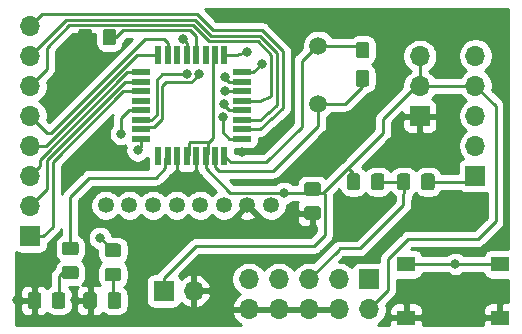
<source format=gbr>
G04 #@! TF.GenerationSoftware,KiCad,Pcbnew,(5.1.5-0-10_14)*
G04 #@! TF.CreationDate,2020-04-26T21:59:26+02:00*
G04 #@! TF.ProjectId,minimal,6d696e69-6d61-46c2-9e6b-696361645f70,rev?*
G04 #@! TF.SameCoordinates,Original*
G04 #@! TF.FileFunction,Copper,L1,Top*
G04 #@! TF.FilePolarity,Positive*
%FSLAX46Y46*%
G04 Gerber Fmt 4.6, Leading zero omitted, Abs format (unit mm)*
G04 Created by KiCad (PCBNEW (5.1.5-0-10_14)) date 2020-04-26 21:59:26*
%MOMM*%
%LPD*%
G04 APERTURE LIST*
%ADD10O,1.700000X1.700000*%
%ADD11R,1.700000X1.700000*%
%ADD12C,0.100000*%
%ADD13R,1.600000X0.550000*%
%ADD14R,0.550000X1.600000*%
%ADD15C,1.500000*%
%ADD16C,1.350000*%
%ADD17R,1.550000X1.300000*%
%ADD18C,0.800000*%
%ADD19C,0.250000*%
%ADD20C,0.254000*%
G04 APERTURE END LIST*
D10*
X47130000Y-66040000D03*
X47130000Y-63500000D03*
X49670000Y-66040000D03*
X49670000Y-63500000D03*
X52210000Y-66040000D03*
X52210000Y-63500000D03*
X54750000Y-66040000D03*
X54750000Y-63500000D03*
X57290000Y-66040000D03*
D11*
X57290000Y-63500000D03*
D10*
X42440000Y-64500000D03*
D11*
X39900000Y-64500000D03*
G04 #@! TA.AperFunction,SMDPad,CuDef*
D12*
G36*
X62624505Y-54551204D02*
G01*
X62648773Y-54554804D01*
X62672572Y-54560765D01*
X62695671Y-54569030D01*
X62717850Y-54579520D01*
X62738893Y-54592132D01*
X62758599Y-54606747D01*
X62776777Y-54623223D01*
X62793253Y-54641401D01*
X62807868Y-54661107D01*
X62820480Y-54682150D01*
X62830970Y-54704329D01*
X62839235Y-54727428D01*
X62845196Y-54751227D01*
X62848796Y-54775495D01*
X62850000Y-54799999D01*
X62850000Y-55700001D01*
X62848796Y-55724505D01*
X62845196Y-55748773D01*
X62839235Y-55772572D01*
X62830970Y-55795671D01*
X62820480Y-55817850D01*
X62807868Y-55838893D01*
X62793253Y-55858599D01*
X62776777Y-55876777D01*
X62758599Y-55893253D01*
X62738893Y-55907868D01*
X62717850Y-55920480D01*
X62695671Y-55930970D01*
X62672572Y-55939235D01*
X62648773Y-55945196D01*
X62624505Y-55948796D01*
X62600001Y-55950000D01*
X61949999Y-55950000D01*
X61925495Y-55948796D01*
X61901227Y-55945196D01*
X61877428Y-55939235D01*
X61854329Y-55930970D01*
X61832150Y-55920480D01*
X61811107Y-55907868D01*
X61791401Y-55893253D01*
X61773223Y-55876777D01*
X61756747Y-55858599D01*
X61742132Y-55838893D01*
X61729520Y-55817850D01*
X61719030Y-55795671D01*
X61710765Y-55772572D01*
X61704804Y-55748773D01*
X61701204Y-55724505D01*
X61700000Y-55700001D01*
X61700000Y-54799999D01*
X61701204Y-54775495D01*
X61704804Y-54751227D01*
X61710765Y-54727428D01*
X61719030Y-54704329D01*
X61729520Y-54682150D01*
X61742132Y-54661107D01*
X61756747Y-54641401D01*
X61773223Y-54623223D01*
X61791401Y-54606747D01*
X61811107Y-54592132D01*
X61832150Y-54579520D01*
X61854329Y-54569030D01*
X61877428Y-54560765D01*
X61901227Y-54554804D01*
X61925495Y-54551204D01*
X61949999Y-54550000D01*
X62600001Y-54550000D01*
X62624505Y-54551204D01*
G37*
G04 #@! TD.AperFunction*
G04 #@! TA.AperFunction,SMDPad,CuDef*
G36*
X60574505Y-54551204D02*
G01*
X60598773Y-54554804D01*
X60622572Y-54560765D01*
X60645671Y-54569030D01*
X60667850Y-54579520D01*
X60688893Y-54592132D01*
X60708599Y-54606747D01*
X60726777Y-54623223D01*
X60743253Y-54641401D01*
X60757868Y-54661107D01*
X60770480Y-54682150D01*
X60780970Y-54704329D01*
X60789235Y-54727428D01*
X60795196Y-54751227D01*
X60798796Y-54775495D01*
X60800000Y-54799999D01*
X60800000Y-55700001D01*
X60798796Y-55724505D01*
X60795196Y-55748773D01*
X60789235Y-55772572D01*
X60780970Y-55795671D01*
X60770480Y-55817850D01*
X60757868Y-55838893D01*
X60743253Y-55858599D01*
X60726777Y-55876777D01*
X60708599Y-55893253D01*
X60688893Y-55907868D01*
X60667850Y-55920480D01*
X60645671Y-55930970D01*
X60622572Y-55939235D01*
X60598773Y-55945196D01*
X60574505Y-55948796D01*
X60550001Y-55950000D01*
X59899999Y-55950000D01*
X59875495Y-55948796D01*
X59851227Y-55945196D01*
X59827428Y-55939235D01*
X59804329Y-55930970D01*
X59782150Y-55920480D01*
X59761107Y-55907868D01*
X59741401Y-55893253D01*
X59723223Y-55876777D01*
X59706747Y-55858599D01*
X59692132Y-55838893D01*
X59679520Y-55817850D01*
X59669030Y-55795671D01*
X59660765Y-55772572D01*
X59654804Y-55748773D01*
X59651204Y-55724505D01*
X59650000Y-55700001D01*
X59650000Y-54799999D01*
X59651204Y-54775495D01*
X59654804Y-54751227D01*
X59660765Y-54727428D01*
X59669030Y-54704329D01*
X59679520Y-54682150D01*
X59692132Y-54661107D01*
X59706747Y-54641401D01*
X59723223Y-54623223D01*
X59741401Y-54606747D01*
X59761107Y-54592132D01*
X59782150Y-54579520D01*
X59804329Y-54569030D01*
X59827428Y-54560765D01*
X59851227Y-54554804D01*
X59875495Y-54551204D01*
X59899999Y-54550000D01*
X60550001Y-54550000D01*
X60574505Y-54551204D01*
G37*
G04 #@! TD.AperFunction*
D13*
X38000000Y-51600000D03*
X38000000Y-50800000D03*
X38000000Y-50000000D03*
X38000000Y-49200000D03*
X38000000Y-48400000D03*
X38000000Y-47600000D03*
X38000000Y-46800000D03*
X38000000Y-46000000D03*
D14*
X39450000Y-44550000D03*
X40250000Y-44550000D03*
X41050000Y-44550000D03*
X41850000Y-44550000D03*
X42650000Y-44550000D03*
X43450000Y-44550000D03*
X44250000Y-44550000D03*
X45050000Y-44550000D03*
D13*
X46500000Y-46000000D03*
X46500000Y-46800000D03*
X46500000Y-47600000D03*
X46500000Y-48400000D03*
X46500000Y-49200000D03*
X46500000Y-50000000D03*
X46500000Y-50800000D03*
X46500000Y-51600000D03*
D14*
X45050000Y-53050000D03*
X44250000Y-53050000D03*
X43450000Y-53050000D03*
X42650000Y-53050000D03*
X41850000Y-53050000D03*
X41050000Y-53050000D03*
X40250000Y-53050000D03*
X39450000Y-53050000D03*
D10*
X61600000Y-42080000D03*
X61600000Y-44620000D03*
X61600000Y-47160000D03*
D11*
X61600000Y-49700000D03*
D15*
X53000000Y-48630000D03*
X53000000Y-43750000D03*
D16*
X37000000Y-57250000D03*
X39000000Y-57250000D03*
X41000000Y-57250000D03*
X43000000Y-57250000D03*
X45000000Y-57250000D03*
X47000000Y-57250000D03*
X49000000Y-57250000D03*
X35000000Y-57250000D03*
D17*
X60425000Y-62250000D03*
X60425000Y-66750000D03*
X68375000Y-66750000D03*
X68375000Y-62250000D03*
G04 #@! TA.AperFunction,SMDPad,CuDef*
D12*
G36*
X58374505Y-54551204D02*
G01*
X58398773Y-54554804D01*
X58422572Y-54560765D01*
X58445671Y-54569030D01*
X58467850Y-54579520D01*
X58488893Y-54592132D01*
X58508599Y-54606747D01*
X58526777Y-54623223D01*
X58543253Y-54641401D01*
X58557868Y-54661107D01*
X58570480Y-54682150D01*
X58580970Y-54704329D01*
X58589235Y-54727428D01*
X58595196Y-54751227D01*
X58598796Y-54775495D01*
X58600000Y-54799999D01*
X58600000Y-55700001D01*
X58598796Y-55724505D01*
X58595196Y-55748773D01*
X58589235Y-55772572D01*
X58580970Y-55795671D01*
X58570480Y-55817850D01*
X58557868Y-55838893D01*
X58543253Y-55858599D01*
X58526777Y-55876777D01*
X58508599Y-55893253D01*
X58488893Y-55907868D01*
X58467850Y-55920480D01*
X58445671Y-55930970D01*
X58422572Y-55939235D01*
X58398773Y-55945196D01*
X58374505Y-55948796D01*
X58350001Y-55950000D01*
X57699999Y-55950000D01*
X57675495Y-55948796D01*
X57651227Y-55945196D01*
X57627428Y-55939235D01*
X57604329Y-55930970D01*
X57582150Y-55920480D01*
X57561107Y-55907868D01*
X57541401Y-55893253D01*
X57523223Y-55876777D01*
X57506747Y-55858599D01*
X57492132Y-55838893D01*
X57479520Y-55817850D01*
X57469030Y-55795671D01*
X57460765Y-55772572D01*
X57454804Y-55748773D01*
X57451204Y-55724505D01*
X57450000Y-55700001D01*
X57450000Y-54799999D01*
X57451204Y-54775495D01*
X57454804Y-54751227D01*
X57460765Y-54727428D01*
X57469030Y-54704329D01*
X57479520Y-54682150D01*
X57492132Y-54661107D01*
X57506747Y-54641401D01*
X57523223Y-54623223D01*
X57541401Y-54606747D01*
X57561107Y-54592132D01*
X57582150Y-54579520D01*
X57604329Y-54569030D01*
X57627428Y-54560765D01*
X57651227Y-54554804D01*
X57675495Y-54551204D01*
X57699999Y-54550000D01*
X58350001Y-54550000D01*
X58374505Y-54551204D01*
G37*
G04 #@! TD.AperFunction*
G04 #@! TA.AperFunction,SMDPad,CuDef*
G36*
X56324505Y-54551204D02*
G01*
X56348773Y-54554804D01*
X56372572Y-54560765D01*
X56395671Y-54569030D01*
X56417850Y-54579520D01*
X56438893Y-54592132D01*
X56458599Y-54606747D01*
X56476777Y-54623223D01*
X56493253Y-54641401D01*
X56507868Y-54661107D01*
X56520480Y-54682150D01*
X56530970Y-54704329D01*
X56539235Y-54727428D01*
X56545196Y-54751227D01*
X56548796Y-54775495D01*
X56550000Y-54799999D01*
X56550000Y-55700001D01*
X56548796Y-55724505D01*
X56545196Y-55748773D01*
X56539235Y-55772572D01*
X56530970Y-55795671D01*
X56520480Y-55817850D01*
X56507868Y-55838893D01*
X56493253Y-55858599D01*
X56476777Y-55876777D01*
X56458599Y-55893253D01*
X56438893Y-55907868D01*
X56417850Y-55920480D01*
X56395671Y-55930970D01*
X56372572Y-55939235D01*
X56348773Y-55945196D01*
X56324505Y-55948796D01*
X56300001Y-55950000D01*
X55649999Y-55950000D01*
X55625495Y-55948796D01*
X55601227Y-55945196D01*
X55577428Y-55939235D01*
X55554329Y-55930970D01*
X55532150Y-55920480D01*
X55511107Y-55907868D01*
X55491401Y-55893253D01*
X55473223Y-55876777D01*
X55456747Y-55858599D01*
X55442132Y-55838893D01*
X55429520Y-55817850D01*
X55419030Y-55795671D01*
X55410765Y-55772572D01*
X55404804Y-55748773D01*
X55401204Y-55724505D01*
X55400000Y-55700001D01*
X55400000Y-54799999D01*
X55401204Y-54775495D01*
X55404804Y-54751227D01*
X55410765Y-54727428D01*
X55419030Y-54704329D01*
X55429520Y-54682150D01*
X55442132Y-54661107D01*
X55456747Y-54641401D01*
X55473223Y-54623223D01*
X55491401Y-54606747D01*
X55511107Y-54592132D01*
X55532150Y-54579520D01*
X55554329Y-54569030D01*
X55577428Y-54560765D01*
X55601227Y-54554804D01*
X55625495Y-54551204D01*
X55649999Y-54550000D01*
X56300001Y-54550000D01*
X56324505Y-54551204D01*
G37*
G04 #@! TD.AperFunction*
G04 #@! TA.AperFunction,SMDPad,CuDef*
G36*
X36074505Y-60476204D02*
G01*
X36098773Y-60479804D01*
X36122572Y-60485765D01*
X36145671Y-60494030D01*
X36167850Y-60504520D01*
X36188893Y-60517132D01*
X36208599Y-60531747D01*
X36226777Y-60548223D01*
X36243253Y-60566401D01*
X36257868Y-60586107D01*
X36270480Y-60607150D01*
X36280970Y-60629329D01*
X36289235Y-60652428D01*
X36295196Y-60676227D01*
X36298796Y-60700495D01*
X36300000Y-60724999D01*
X36300000Y-61375001D01*
X36298796Y-61399505D01*
X36295196Y-61423773D01*
X36289235Y-61447572D01*
X36280970Y-61470671D01*
X36270480Y-61492850D01*
X36257868Y-61513893D01*
X36243253Y-61533599D01*
X36226777Y-61551777D01*
X36208599Y-61568253D01*
X36188893Y-61582868D01*
X36167850Y-61595480D01*
X36145671Y-61605970D01*
X36122572Y-61614235D01*
X36098773Y-61620196D01*
X36074505Y-61623796D01*
X36050001Y-61625000D01*
X35149999Y-61625000D01*
X35125495Y-61623796D01*
X35101227Y-61620196D01*
X35077428Y-61614235D01*
X35054329Y-61605970D01*
X35032150Y-61595480D01*
X35011107Y-61582868D01*
X34991401Y-61568253D01*
X34973223Y-61551777D01*
X34956747Y-61533599D01*
X34942132Y-61513893D01*
X34929520Y-61492850D01*
X34919030Y-61470671D01*
X34910765Y-61447572D01*
X34904804Y-61423773D01*
X34901204Y-61399505D01*
X34900000Y-61375001D01*
X34900000Y-60724999D01*
X34901204Y-60700495D01*
X34904804Y-60676227D01*
X34910765Y-60652428D01*
X34919030Y-60629329D01*
X34929520Y-60607150D01*
X34942132Y-60586107D01*
X34956747Y-60566401D01*
X34973223Y-60548223D01*
X34991401Y-60531747D01*
X35011107Y-60517132D01*
X35032150Y-60504520D01*
X35054329Y-60494030D01*
X35077428Y-60485765D01*
X35101227Y-60479804D01*
X35125495Y-60476204D01*
X35149999Y-60475000D01*
X36050001Y-60475000D01*
X36074505Y-60476204D01*
G37*
G04 #@! TD.AperFunction*
G04 #@! TA.AperFunction,SMDPad,CuDef*
G36*
X36074505Y-62526204D02*
G01*
X36098773Y-62529804D01*
X36122572Y-62535765D01*
X36145671Y-62544030D01*
X36167850Y-62554520D01*
X36188893Y-62567132D01*
X36208599Y-62581747D01*
X36226777Y-62598223D01*
X36243253Y-62616401D01*
X36257868Y-62636107D01*
X36270480Y-62657150D01*
X36280970Y-62679329D01*
X36289235Y-62702428D01*
X36295196Y-62726227D01*
X36298796Y-62750495D01*
X36300000Y-62774999D01*
X36300000Y-63425001D01*
X36298796Y-63449505D01*
X36295196Y-63473773D01*
X36289235Y-63497572D01*
X36280970Y-63520671D01*
X36270480Y-63542850D01*
X36257868Y-63563893D01*
X36243253Y-63583599D01*
X36226777Y-63601777D01*
X36208599Y-63618253D01*
X36188893Y-63632868D01*
X36167850Y-63645480D01*
X36145671Y-63655970D01*
X36122572Y-63664235D01*
X36098773Y-63670196D01*
X36074505Y-63673796D01*
X36050001Y-63675000D01*
X35149999Y-63675000D01*
X35125495Y-63673796D01*
X35101227Y-63670196D01*
X35077428Y-63664235D01*
X35054329Y-63655970D01*
X35032150Y-63645480D01*
X35011107Y-63632868D01*
X34991401Y-63618253D01*
X34973223Y-63601777D01*
X34956747Y-63583599D01*
X34942132Y-63563893D01*
X34929520Y-63542850D01*
X34919030Y-63520671D01*
X34910765Y-63497572D01*
X34904804Y-63473773D01*
X34901204Y-63449505D01*
X34900000Y-63425001D01*
X34900000Y-62774999D01*
X34901204Y-62750495D01*
X34904804Y-62726227D01*
X34910765Y-62702428D01*
X34919030Y-62679329D01*
X34929520Y-62657150D01*
X34942132Y-62636107D01*
X34956747Y-62616401D01*
X34973223Y-62598223D01*
X34991401Y-62581747D01*
X35011107Y-62567132D01*
X35032150Y-62554520D01*
X35054329Y-62544030D01*
X35077428Y-62535765D01*
X35101227Y-62529804D01*
X35125495Y-62526204D01*
X35149999Y-62525000D01*
X36050001Y-62525000D01*
X36074505Y-62526204D01*
G37*
G04 #@! TD.AperFunction*
G04 #@! TA.AperFunction,SMDPad,CuDef*
G36*
X32474505Y-60326204D02*
G01*
X32498773Y-60329804D01*
X32522572Y-60335765D01*
X32545671Y-60344030D01*
X32567850Y-60354520D01*
X32588893Y-60367132D01*
X32608599Y-60381747D01*
X32626777Y-60398223D01*
X32643253Y-60416401D01*
X32657868Y-60436107D01*
X32670480Y-60457150D01*
X32680970Y-60479329D01*
X32689235Y-60502428D01*
X32695196Y-60526227D01*
X32698796Y-60550495D01*
X32700000Y-60574999D01*
X32700000Y-61225001D01*
X32698796Y-61249505D01*
X32695196Y-61273773D01*
X32689235Y-61297572D01*
X32680970Y-61320671D01*
X32670480Y-61342850D01*
X32657868Y-61363893D01*
X32643253Y-61383599D01*
X32626777Y-61401777D01*
X32608599Y-61418253D01*
X32588893Y-61432868D01*
X32567850Y-61445480D01*
X32545671Y-61455970D01*
X32522572Y-61464235D01*
X32498773Y-61470196D01*
X32474505Y-61473796D01*
X32450001Y-61475000D01*
X31549999Y-61475000D01*
X31525495Y-61473796D01*
X31501227Y-61470196D01*
X31477428Y-61464235D01*
X31454329Y-61455970D01*
X31432150Y-61445480D01*
X31411107Y-61432868D01*
X31391401Y-61418253D01*
X31373223Y-61401777D01*
X31356747Y-61383599D01*
X31342132Y-61363893D01*
X31329520Y-61342850D01*
X31319030Y-61320671D01*
X31310765Y-61297572D01*
X31304804Y-61273773D01*
X31301204Y-61249505D01*
X31300000Y-61225001D01*
X31300000Y-60574999D01*
X31301204Y-60550495D01*
X31304804Y-60526227D01*
X31310765Y-60502428D01*
X31319030Y-60479329D01*
X31329520Y-60457150D01*
X31342132Y-60436107D01*
X31356747Y-60416401D01*
X31373223Y-60398223D01*
X31391401Y-60381747D01*
X31411107Y-60367132D01*
X31432150Y-60354520D01*
X31454329Y-60344030D01*
X31477428Y-60335765D01*
X31501227Y-60329804D01*
X31525495Y-60326204D01*
X31549999Y-60325000D01*
X32450001Y-60325000D01*
X32474505Y-60326204D01*
G37*
G04 #@! TD.AperFunction*
G04 #@! TA.AperFunction,SMDPad,CuDef*
G36*
X32474505Y-62376204D02*
G01*
X32498773Y-62379804D01*
X32522572Y-62385765D01*
X32545671Y-62394030D01*
X32567850Y-62404520D01*
X32588893Y-62417132D01*
X32608599Y-62431747D01*
X32626777Y-62448223D01*
X32643253Y-62466401D01*
X32657868Y-62486107D01*
X32670480Y-62507150D01*
X32680970Y-62529329D01*
X32689235Y-62552428D01*
X32695196Y-62576227D01*
X32698796Y-62600495D01*
X32700000Y-62624999D01*
X32700000Y-63275001D01*
X32698796Y-63299505D01*
X32695196Y-63323773D01*
X32689235Y-63347572D01*
X32680970Y-63370671D01*
X32670480Y-63392850D01*
X32657868Y-63413893D01*
X32643253Y-63433599D01*
X32626777Y-63451777D01*
X32608599Y-63468253D01*
X32588893Y-63482868D01*
X32567850Y-63495480D01*
X32545671Y-63505970D01*
X32522572Y-63514235D01*
X32498773Y-63520196D01*
X32474505Y-63523796D01*
X32450001Y-63525000D01*
X31549999Y-63525000D01*
X31525495Y-63523796D01*
X31501227Y-63520196D01*
X31477428Y-63514235D01*
X31454329Y-63505970D01*
X31432150Y-63495480D01*
X31411107Y-63482868D01*
X31391401Y-63468253D01*
X31373223Y-63451777D01*
X31356747Y-63433599D01*
X31342132Y-63413893D01*
X31329520Y-63392850D01*
X31319030Y-63370671D01*
X31310765Y-63347572D01*
X31304804Y-63323773D01*
X31301204Y-63299505D01*
X31300000Y-63275001D01*
X31300000Y-62624999D01*
X31301204Y-62600495D01*
X31304804Y-62576227D01*
X31310765Y-62552428D01*
X31319030Y-62529329D01*
X31329520Y-62507150D01*
X31342132Y-62486107D01*
X31356747Y-62466401D01*
X31373223Y-62448223D01*
X31391401Y-62431747D01*
X31411107Y-62417132D01*
X31432150Y-62404520D01*
X31454329Y-62394030D01*
X31477428Y-62385765D01*
X31501227Y-62379804D01*
X31525495Y-62376204D01*
X31549999Y-62375000D01*
X32450001Y-62375000D01*
X32474505Y-62376204D01*
G37*
G04 #@! TD.AperFunction*
G04 #@! TA.AperFunction,SMDPad,CuDef*
G36*
X36074505Y-64601204D02*
G01*
X36098773Y-64604804D01*
X36122572Y-64610765D01*
X36145671Y-64619030D01*
X36167850Y-64629520D01*
X36188893Y-64642132D01*
X36208599Y-64656747D01*
X36226777Y-64673223D01*
X36243253Y-64691401D01*
X36257868Y-64711107D01*
X36270480Y-64732150D01*
X36280970Y-64754329D01*
X36289235Y-64777428D01*
X36295196Y-64801227D01*
X36298796Y-64825495D01*
X36300000Y-64849999D01*
X36300000Y-65750001D01*
X36298796Y-65774505D01*
X36295196Y-65798773D01*
X36289235Y-65822572D01*
X36280970Y-65845671D01*
X36270480Y-65867850D01*
X36257868Y-65888893D01*
X36243253Y-65908599D01*
X36226777Y-65926777D01*
X36208599Y-65943253D01*
X36188893Y-65957868D01*
X36167850Y-65970480D01*
X36145671Y-65980970D01*
X36122572Y-65989235D01*
X36098773Y-65995196D01*
X36074505Y-65998796D01*
X36050001Y-66000000D01*
X35399999Y-66000000D01*
X35375495Y-65998796D01*
X35351227Y-65995196D01*
X35327428Y-65989235D01*
X35304329Y-65980970D01*
X35282150Y-65970480D01*
X35261107Y-65957868D01*
X35241401Y-65943253D01*
X35223223Y-65926777D01*
X35206747Y-65908599D01*
X35192132Y-65888893D01*
X35179520Y-65867850D01*
X35169030Y-65845671D01*
X35160765Y-65822572D01*
X35154804Y-65798773D01*
X35151204Y-65774505D01*
X35150000Y-65750001D01*
X35150000Y-64849999D01*
X35151204Y-64825495D01*
X35154804Y-64801227D01*
X35160765Y-64777428D01*
X35169030Y-64754329D01*
X35179520Y-64732150D01*
X35192132Y-64711107D01*
X35206747Y-64691401D01*
X35223223Y-64673223D01*
X35241401Y-64656747D01*
X35261107Y-64642132D01*
X35282150Y-64629520D01*
X35304329Y-64619030D01*
X35327428Y-64610765D01*
X35351227Y-64604804D01*
X35375495Y-64601204D01*
X35399999Y-64600000D01*
X36050001Y-64600000D01*
X36074505Y-64601204D01*
G37*
G04 #@! TD.AperFunction*
G04 #@! TA.AperFunction,SMDPad,CuDef*
G36*
X34024505Y-64601204D02*
G01*
X34048773Y-64604804D01*
X34072572Y-64610765D01*
X34095671Y-64619030D01*
X34117850Y-64629520D01*
X34138893Y-64642132D01*
X34158599Y-64656747D01*
X34176777Y-64673223D01*
X34193253Y-64691401D01*
X34207868Y-64711107D01*
X34220480Y-64732150D01*
X34230970Y-64754329D01*
X34239235Y-64777428D01*
X34245196Y-64801227D01*
X34248796Y-64825495D01*
X34250000Y-64849999D01*
X34250000Y-65750001D01*
X34248796Y-65774505D01*
X34245196Y-65798773D01*
X34239235Y-65822572D01*
X34230970Y-65845671D01*
X34220480Y-65867850D01*
X34207868Y-65888893D01*
X34193253Y-65908599D01*
X34176777Y-65926777D01*
X34158599Y-65943253D01*
X34138893Y-65957868D01*
X34117850Y-65970480D01*
X34095671Y-65980970D01*
X34072572Y-65989235D01*
X34048773Y-65995196D01*
X34024505Y-65998796D01*
X34000001Y-66000000D01*
X33349999Y-66000000D01*
X33325495Y-65998796D01*
X33301227Y-65995196D01*
X33277428Y-65989235D01*
X33254329Y-65980970D01*
X33232150Y-65970480D01*
X33211107Y-65957868D01*
X33191401Y-65943253D01*
X33173223Y-65926777D01*
X33156747Y-65908599D01*
X33142132Y-65888893D01*
X33129520Y-65867850D01*
X33119030Y-65845671D01*
X33110765Y-65822572D01*
X33104804Y-65798773D01*
X33101204Y-65774505D01*
X33100000Y-65750001D01*
X33100000Y-64849999D01*
X33101204Y-64825495D01*
X33104804Y-64801227D01*
X33110765Y-64777428D01*
X33119030Y-64754329D01*
X33129520Y-64732150D01*
X33142132Y-64711107D01*
X33156747Y-64691401D01*
X33173223Y-64673223D01*
X33191401Y-64656747D01*
X33211107Y-64642132D01*
X33232150Y-64629520D01*
X33254329Y-64619030D01*
X33277428Y-64610765D01*
X33301227Y-64604804D01*
X33325495Y-64601204D01*
X33349999Y-64600000D01*
X34000001Y-64600000D01*
X34024505Y-64601204D01*
G37*
G04 #@! TD.AperFunction*
G04 #@! TA.AperFunction,SMDPad,CuDef*
G36*
X31349505Y-64601204D02*
G01*
X31373773Y-64604804D01*
X31397572Y-64610765D01*
X31420671Y-64619030D01*
X31442850Y-64629520D01*
X31463893Y-64642132D01*
X31483599Y-64656747D01*
X31501777Y-64673223D01*
X31518253Y-64691401D01*
X31532868Y-64711107D01*
X31545480Y-64732150D01*
X31555970Y-64754329D01*
X31564235Y-64777428D01*
X31570196Y-64801227D01*
X31573796Y-64825495D01*
X31575000Y-64849999D01*
X31575000Y-65750001D01*
X31573796Y-65774505D01*
X31570196Y-65798773D01*
X31564235Y-65822572D01*
X31555970Y-65845671D01*
X31545480Y-65867850D01*
X31532868Y-65888893D01*
X31518253Y-65908599D01*
X31501777Y-65926777D01*
X31483599Y-65943253D01*
X31463893Y-65957868D01*
X31442850Y-65970480D01*
X31420671Y-65980970D01*
X31397572Y-65989235D01*
X31373773Y-65995196D01*
X31349505Y-65998796D01*
X31325001Y-66000000D01*
X30674999Y-66000000D01*
X30650495Y-65998796D01*
X30626227Y-65995196D01*
X30602428Y-65989235D01*
X30579329Y-65980970D01*
X30557150Y-65970480D01*
X30536107Y-65957868D01*
X30516401Y-65943253D01*
X30498223Y-65926777D01*
X30481747Y-65908599D01*
X30467132Y-65888893D01*
X30454520Y-65867850D01*
X30444030Y-65845671D01*
X30435765Y-65822572D01*
X30429804Y-65798773D01*
X30426204Y-65774505D01*
X30425000Y-65750001D01*
X30425000Y-64849999D01*
X30426204Y-64825495D01*
X30429804Y-64801227D01*
X30435765Y-64777428D01*
X30444030Y-64754329D01*
X30454520Y-64732150D01*
X30467132Y-64711107D01*
X30481747Y-64691401D01*
X30498223Y-64673223D01*
X30516401Y-64656747D01*
X30536107Y-64642132D01*
X30557150Y-64629520D01*
X30579329Y-64619030D01*
X30602428Y-64610765D01*
X30626227Y-64604804D01*
X30650495Y-64601204D01*
X30674999Y-64600000D01*
X31325001Y-64600000D01*
X31349505Y-64601204D01*
G37*
G04 #@! TD.AperFunction*
G04 #@! TA.AperFunction,SMDPad,CuDef*
G36*
X29299505Y-64601204D02*
G01*
X29323773Y-64604804D01*
X29347572Y-64610765D01*
X29370671Y-64619030D01*
X29392850Y-64629520D01*
X29413893Y-64642132D01*
X29433599Y-64656747D01*
X29451777Y-64673223D01*
X29468253Y-64691401D01*
X29482868Y-64711107D01*
X29495480Y-64732150D01*
X29505970Y-64754329D01*
X29514235Y-64777428D01*
X29520196Y-64801227D01*
X29523796Y-64825495D01*
X29525000Y-64849999D01*
X29525000Y-65750001D01*
X29523796Y-65774505D01*
X29520196Y-65798773D01*
X29514235Y-65822572D01*
X29505970Y-65845671D01*
X29495480Y-65867850D01*
X29482868Y-65888893D01*
X29468253Y-65908599D01*
X29451777Y-65926777D01*
X29433599Y-65943253D01*
X29413893Y-65957868D01*
X29392850Y-65970480D01*
X29370671Y-65980970D01*
X29347572Y-65989235D01*
X29323773Y-65995196D01*
X29299505Y-65998796D01*
X29275001Y-66000000D01*
X28624999Y-66000000D01*
X28600495Y-65998796D01*
X28576227Y-65995196D01*
X28552428Y-65989235D01*
X28529329Y-65980970D01*
X28507150Y-65970480D01*
X28486107Y-65957868D01*
X28466401Y-65943253D01*
X28448223Y-65926777D01*
X28431747Y-65908599D01*
X28417132Y-65888893D01*
X28404520Y-65867850D01*
X28394030Y-65845671D01*
X28385765Y-65822572D01*
X28379804Y-65798773D01*
X28376204Y-65774505D01*
X28375000Y-65750001D01*
X28375000Y-64849999D01*
X28376204Y-64825495D01*
X28379804Y-64801227D01*
X28385765Y-64777428D01*
X28394030Y-64754329D01*
X28404520Y-64732150D01*
X28417132Y-64711107D01*
X28431747Y-64691401D01*
X28448223Y-64673223D01*
X28466401Y-64656747D01*
X28486107Y-64642132D01*
X28507150Y-64629520D01*
X28529329Y-64619030D01*
X28552428Y-64610765D01*
X28576227Y-64604804D01*
X28600495Y-64601204D01*
X28624999Y-64600000D01*
X29275001Y-64600000D01*
X29299505Y-64601204D01*
G37*
G04 #@! TD.AperFunction*
D10*
X28600000Y-42060000D03*
X28600000Y-44600000D03*
X28600000Y-47140000D03*
X28600000Y-49680000D03*
X28600000Y-52220000D03*
X28600000Y-54760000D03*
X28600000Y-57300000D03*
D11*
X28600000Y-59840000D03*
D10*
X66300000Y-42040000D03*
X66300000Y-44580000D03*
X66300000Y-47120000D03*
X66300000Y-49660000D03*
X66300000Y-52200000D03*
D11*
X66300000Y-54740000D03*
G04 #@! TA.AperFunction,SMDPad,CuDef*
D12*
G36*
X52974505Y-57326204D02*
G01*
X52998773Y-57329804D01*
X53022572Y-57335765D01*
X53045671Y-57344030D01*
X53067850Y-57354520D01*
X53088893Y-57367132D01*
X53108599Y-57381747D01*
X53126777Y-57398223D01*
X53143253Y-57416401D01*
X53157868Y-57436107D01*
X53170480Y-57457150D01*
X53180970Y-57479329D01*
X53189235Y-57502428D01*
X53195196Y-57526227D01*
X53198796Y-57550495D01*
X53200000Y-57574999D01*
X53200000Y-58225001D01*
X53198796Y-58249505D01*
X53195196Y-58273773D01*
X53189235Y-58297572D01*
X53180970Y-58320671D01*
X53170480Y-58342850D01*
X53157868Y-58363893D01*
X53143253Y-58383599D01*
X53126777Y-58401777D01*
X53108599Y-58418253D01*
X53088893Y-58432868D01*
X53067850Y-58445480D01*
X53045671Y-58455970D01*
X53022572Y-58464235D01*
X52998773Y-58470196D01*
X52974505Y-58473796D01*
X52950001Y-58475000D01*
X52049999Y-58475000D01*
X52025495Y-58473796D01*
X52001227Y-58470196D01*
X51977428Y-58464235D01*
X51954329Y-58455970D01*
X51932150Y-58445480D01*
X51911107Y-58432868D01*
X51891401Y-58418253D01*
X51873223Y-58401777D01*
X51856747Y-58383599D01*
X51842132Y-58363893D01*
X51829520Y-58342850D01*
X51819030Y-58320671D01*
X51810765Y-58297572D01*
X51804804Y-58273773D01*
X51801204Y-58249505D01*
X51800000Y-58225001D01*
X51800000Y-57574999D01*
X51801204Y-57550495D01*
X51804804Y-57526227D01*
X51810765Y-57502428D01*
X51819030Y-57479329D01*
X51829520Y-57457150D01*
X51842132Y-57436107D01*
X51856747Y-57416401D01*
X51873223Y-57398223D01*
X51891401Y-57381747D01*
X51911107Y-57367132D01*
X51932150Y-57354520D01*
X51954329Y-57344030D01*
X51977428Y-57335765D01*
X52001227Y-57329804D01*
X52025495Y-57326204D01*
X52049999Y-57325000D01*
X52950001Y-57325000D01*
X52974505Y-57326204D01*
G37*
G04 #@! TD.AperFunction*
G04 #@! TA.AperFunction,SMDPad,CuDef*
G36*
X52974505Y-55276204D02*
G01*
X52998773Y-55279804D01*
X53022572Y-55285765D01*
X53045671Y-55294030D01*
X53067850Y-55304520D01*
X53088893Y-55317132D01*
X53108599Y-55331747D01*
X53126777Y-55348223D01*
X53143253Y-55366401D01*
X53157868Y-55386107D01*
X53170480Y-55407150D01*
X53180970Y-55429329D01*
X53189235Y-55452428D01*
X53195196Y-55476227D01*
X53198796Y-55500495D01*
X53200000Y-55524999D01*
X53200000Y-56175001D01*
X53198796Y-56199505D01*
X53195196Y-56223773D01*
X53189235Y-56247572D01*
X53180970Y-56270671D01*
X53170480Y-56292850D01*
X53157868Y-56313893D01*
X53143253Y-56333599D01*
X53126777Y-56351777D01*
X53108599Y-56368253D01*
X53088893Y-56382868D01*
X53067850Y-56395480D01*
X53045671Y-56405970D01*
X53022572Y-56414235D01*
X52998773Y-56420196D01*
X52974505Y-56423796D01*
X52950001Y-56425000D01*
X52049999Y-56425000D01*
X52025495Y-56423796D01*
X52001227Y-56420196D01*
X51977428Y-56414235D01*
X51954329Y-56405970D01*
X51932150Y-56395480D01*
X51911107Y-56382868D01*
X51891401Y-56368253D01*
X51873223Y-56351777D01*
X51856747Y-56333599D01*
X51842132Y-56313893D01*
X51829520Y-56292850D01*
X51819030Y-56270671D01*
X51810765Y-56247572D01*
X51804804Y-56223773D01*
X51801204Y-56199505D01*
X51800000Y-56175001D01*
X51800000Y-55524999D01*
X51801204Y-55500495D01*
X51804804Y-55476227D01*
X51810765Y-55452428D01*
X51819030Y-55429329D01*
X51829520Y-55407150D01*
X51842132Y-55386107D01*
X51856747Y-55366401D01*
X51873223Y-55348223D01*
X51891401Y-55331747D01*
X51911107Y-55317132D01*
X51932150Y-55304520D01*
X51954329Y-55294030D01*
X51977428Y-55285765D01*
X52001227Y-55279804D01*
X52025495Y-55276204D01*
X52049999Y-55275000D01*
X52950001Y-55275000D01*
X52974505Y-55276204D01*
G37*
G04 #@! TD.AperFunction*
G04 #@! TA.AperFunction,SMDPad,CuDef*
G36*
X35649505Y-42301204D02*
G01*
X35673773Y-42304804D01*
X35697572Y-42310765D01*
X35720671Y-42319030D01*
X35742850Y-42329520D01*
X35763893Y-42342132D01*
X35783599Y-42356747D01*
X35801777Y-42373223D01*
X35818253Y-42391401D01*
X35832868Y-42411107D01*
X35845480Y-42432150D01*
X35855970Y-42454329D01*
X35864235Y-42477428D01*
X35870196Y-42501227D01*
X35873796Y-42525495D01*
X35875000Y-42549999D01*
X35875000Y-43450001D01*
X35873796Y-43474505D01*
X35870196Y-43498773D01*
X35864235Y-43522572D01*
X35855970Y-43545671D01*
X35845480Y-43567850D01*
X35832868Y-43588893D01*
X35818253Y-43608599D01*
X35801777Y-43626777D01*
X35783599Y-43643253D01*
X35763893Y-43657868D01*
X35742850Y-43670480D01*
X35720671Y-43680970D01*
X35697572Y-43689235D01*
X35673773Y-43695196D01*
X35649505Y-43698796D01*
X35625001Y-43700000D01*
X34974999Y-43700000D01*
X34950495Y-43698796D01*
X34926227Y-43695196D01*
X34902428Y-43689235D01*
X34879329Y-43680970D01*
X34857150Y-43670480D01*
X34836107Y-43657868D01*
X34816401Y-43643253D01*
X34798223Y-43626777D01*
X34781747Y-43608599D01*
X34767132Y-43588893D01*
X34754520Y-43567850D01*
X34744030Y-43545671D01*
X34735765Y-43522572D01*
X34729804Y-43498773D01*
X34726204Y-43474505D01*
X34725000Y-43450001D01*
X34725000Y-42549999D01*
X34726204Y-42525495D01*
X34729804Y-42501227D01*
X34735765Y-42477428D01*
X34744030Y-42454329D01*
X34754520Y-42432150D01*
X34767132Y-42411107D01*
X34781747Y-42391401D01*
X34798223Y-42373223D01*
X34816401Y-42356747D01*
X34836107Y-42342132D01*
X34857150Y-42329520D01*
X34879329Y-42319030D01*
X34902428Y-42310765D01*
X34926227Y-42304804D01*
X34950495Y-42301204D01*
X34974999Y-42300000D01*
X35625001Y-42300000D01*
X35649505Y-42301204D01*
G37*
G04 #@! TD.AperFunction*
G04 #@! TA.AperFunction,SMDPad,CuDef*
G36*
X33599910Y-42301202D02*
G01*
X33624135Y-42304795D01*
X33647891Y-42310746D01*
X33670949Y-42318996D01*
X33693087Y-42329467D01*
X33714093Y-42342057D01*
X33733763Y-42356645D01*
X33751908Y-42373092D01*
X33768355Y-42391237D01*
X33782943Y-42410907D01*
X33795533Y-42431913D01*
X33806004Y-42454051D01*
X33814254Y-42477109D01*
X33820205Y-42500865D01*
X33823798Y-42525090D01*
X33825000Y-42549550D01*
X33825000Y-43450450D01*
X33823798Y-43474910D01*
X33820205Y-43499135D01*
X33814254Y-43522891D01*
X33806004Y-43545949D01*
X33795533Y-43568087D01*
X33782943Y-43589093D01*
X33768355Y-43608763D01*
X33751908Y-43626908D01*
X33733763Y-43643355D01*
X33714093Y-43657943D01*
X33693087Y-43670533D01*
X33670949Y-43681004D01*
X33647891Y-43689254D01*
X33624135Y-43695205D01*
X33599910Y-43698798D01*
X33575450Y-43700000D01*
X32924550Y-43700000D01*
X32900090Y-43698798D01*
X32875865Y-43695205D01*
X32852109Y-43689254D01*
X32829051Y-43681004D01*
X32806913Y-43670533D01*
X32785907Y-43657943D01*
X32766237Y-43643355D01*
X32748092Y-43626908D01*
X32731645Y-43608763D01*
X32717057Y-43589093D01*
X32704467Y-43568087D01*
X32693996Y-43545949D01*
X32685746Y-43522891D01*
X32679795Y-43499135D01*
X32676202Y-43474910D01*
X32675000Y-43450450D01*
X32675000Y-42549550D01*
X32676202Y-42525090D01*
X32679795Y-42500865D01*
X32685746Y-42477109D01*
X32693996Y-42454051D01*
X32704467Y-42431913D01*
X32717057Y-42410907D01*
X32731645Y-42391237D01*
X32748092Y-42373092D01*
X32766237Y-42356645D01*
X32785907Y-42342057D01*
X32806913Y-42329467D01*
X32829051Y-42318996D01*
X32852109Y-42310746D01*
X32875865Y-42304795D01*
X32900090Y-42301202D01*
X32924550Y-42300000D01*
X33575450Y-42300000D01*
X33599910Y-42301202D01*
G37*
G04 #@! TD.AperFunction*
G04 #@! TA.AperFunction,SMDPad,CuDef*
G36*
X57099505Y-43401204D02*
G01*
X57123773Y-43404804D01*
X57147572Y-43410765D01*
X57170671Y-43419030D01*
X57192850Y-43429520D01*
X57213893Y-43442132D01*
X57233599Y-43456747D01*
X57251777Y-43473223D01*
X57268253Y-43491401D01*
X57282868Y-43511107D01*
X57295480Y-43532150D01*
X57305970Y-43554329D01*
X57314235Y-43577428D01*
X57320196Y-43601227D01*
X57323796Y-43625495D01*
X57325000Y-43649999D01*
X57325000Y-44550001D01*
X57323796Y-44574505D01*
X57320196Y-44598773D01*
X57314235Y-44622572D01*
X57305970Y-44645671D01*
X57295480Y-44667850D01*
X57282868Y-44688893D01*
X57268253Y-44708599D01*
X57251777Y-44726777D01*
X57233599Y-44743253D01*
X57213893Y-44757868D01*
X57192850Y-44770480D01*
X57170671Y-44780970D01*
X57147572Y-44789235D01*
X57123773Y-44795196D01*
X57099505Y-44798796D01*
X57075001Y-44800000D01*
X56424999Y-44800000D01*
X56400495Y-44798796D01*
X56376227Y-44795196D01*
X56352428Y-44789235D01*
X56329329Y-44780970D01*
X56307150Y-44770480D01*
X56286107Y-44757868D01*
X56266401Y-44743253D01*
X56248223Y-44726777D01*
X56231747Y-44708599D01*
X56217132Y-44688893D01*
X56204520Y-44667850D01*
X56194030Y-44645671D01*
X56185765Y-44622572D01*
X56179804Y-44598773D01*
X56176204Y-44574505D01*
X56175000Y-44550001D01*
X56175000Y-43649999D01*
X56176204Y-43625495D01*
X56179804Y-43601227D01*
X56185765Y-43577428D01*
X56194030Y-43554329D01*
X56204520Y-43532150D01*
X56217132Y-43511107D01*
X56231747Y-43491401D01*
X56248223Y-43473223D01*
X56266401Y-43456747D01*
X56286107Y-43442132D01*
X56307150Y-43429520D01*
X56329329Y-43419030D01*
X56352428Y-43410765D01*
X56376227Y-43404804D01*
X56400495Y-43401204D01*
X56424999Y-43400000D01*
X57075001Y-43400000D01*
X57099505Y-43401204D01*
G37*
G04 #@! TD.AperFunction*
G04 #@! TA.AperFunction,SMDPad,CuDef*
G36*
X59149910Y-43401202D02*
G01*
X59174135Y-43404795D01*
X59197891Y-43410746D01*
X59220949Y-43418996D01*
X59243087Y-43429467D01*
X59264093Y-43442057D01*
X59283763Y-43456645D01*
X59301908Y-43473092D01*
X59318355Y-43491237D01*
X59332943Y-43510907D01*
X59345533Y-43531913D01*
X59356004Y-43554051D01*
X59364254Y-43577109D01*
X59370205Y-43600865D01*
X59373798Y-43625090D01*
X59375000Y-43649550D01*
X59375000Y-44550450D01*
X59373798Y-44574910D01*
X59370205Y-44599135D01*
X59364254Y-44622891D01*
X59356004Y-44645949D01*
X59345533Y-44668087D01*
X59332943Y-44689093D01*
X59318355Y-44708763D01*
X59301908Y-44726908D01*
X59283763Y-44743355D01*
X59264093Y-44757943D01*
X59243087Y-44770533D01*
X59220949Y-44781004D01*
X59197891Y-44789254D01*
X59174135Y-44795205D01*
X59149910Y-44798798D01*
X59125450Y-44800000D01*
X58474550Y-44800000D01*
X58450090Y-44798798D01*
X58425865Y-44795205D01*
X58402109Y-44789254D01*
X58379051Y-44781004D01*
X58356913Y-44770533D01*
X58335907Y-44757943D01*
X58316237Y-44743355D01*
X58298092Y-44726908D01*
X58281645Y-44708763D01*
X58267057Y-44689093D01*
X58254467Y-44668087D01*
X58243996Y-44645949D01*
X58235746Y-44622891D01*
X58229795Y-44599135D01*
X58226202Y-44574910D01*
X58225000Y-44550450D01*
X58225000Y-43649550D01*
X58226202Y-43625090D01*
X58229795Y-43600865D01*
X58235746Y-43577109D01*
X58243996Y-43554051D01*
X58254467Y-43531913D01*
X58267057Y-43510907D01*
X58281645Y-43491237D01*
X58298092Y-43473092D01*
X58316237Y-43456645D01*
X58335907Y-43442057D01*
X58356913Y-43429467D01*
X58379051Y-43418996D01*
X58402109Y-43410746D01*
X58425865Y-43404795D01*
X58450090Y-43401202D01*
X58474550Y-43400000D01*
X59125450Y-43400000D01*
X59149910Y-43401202D01*
G37*
G04 #@! TD.AperFunction*
G04 #@! TA.AperFunction,SMDPad,CuDef*
G36*
X57074505Y-45801204D02*
G01*
X57098773Y-45804804D01*
X57122572Y-45810765D01*
X57145671Y-45819030D01*
X57167850Y-45829520D01*
X57188893Y-45842132D01*
X57208599Y-45856747D01*
X57226777Y-45873223D01*
X57243253Y-45891401D01*
X57257868Y-45911107D01*
X57270480Y-45932150D01*
X57280970Y-45954329D01*
X57289235Y-45977428D01*
X57295196Y-46001227D01*
X57298796Y-46025495D01*
X57300000Y-46049999D01*
X57300000Y-46950001D01*
X57298796Y-46974505D01*
X57295196Y-46998773D01*
X57289235Y-47022572D01*
X57280970Y-47045671D01*
X57270480Y-47067850D01*
X57257868Y-47088893D01*
X57243253Y-47108599D01*
X57226777Y-47126777D01*
X57208599Y-47143253D01*
X57188893Y-47157868D01*
X57167850Y-47170480D01*
X57145671Y-47180970D01*
X57122572Y-47189235D01*
X57098773Y-47195196D01*
X57074505Y-47198796D01*
X57050001Y-47200000D01*
X56399999Y-47200000D01*
X56375495Y-47198796D01*
X56351227Y-47195196D01*
X56327428Y-47189235D01*
X56304329Y-47180970D01*
X56282150Y-47170480D01*
X56261107Y-47157868D01*
X56241401Y-47143253D01*
X56223223Y-47126777D01*
X56206747Y-47108599D01*
X56192132Y-47088893D01*
X56179520Y-47067850D01*
X56169030Y-47045671D01*
X56160765Y-47022572D01*
X56154804Y-46998773D01*
X56151204Y-46974505D01*
X56150000Y-46950001D01*
X56150000Y-46049999D01*
X56151204Y-46025495D01*
X56154804Y-46001227D01*
X56160765Y-45977428D01*
X56169030Y-45954329D01*
X56179520Y-45932150D01*
X56192132Y-45911107D01*
X56206747Y-45891401D01*
X56223223Y-45873223D01*
X56241401Y-45856747D01*
X56261107Y-45842132D01*
X56282150Y-45829520D01*
X56304329Y-45819030D01*
X56327428Y-45810765D01*
X56351227Y-45804804D01*
X56375495Y-45801204D01*
X56399999Y-45800000D01*
X57050001Y-45800000D01*
X57074505Y-45801204D01*
G37*
G04 #@! TD.AperFunction*
G04 #@! TA.AperFunction,SMDPad,CuDef*
G36*
X59124910Y-45801202D02*
G01*
X59149135Y-45804795D01*
X59172891Y-45810746D01*
X59195949Y-45818996D01*
X59218087Y-45829467D01*
X59239093Y-45842057D01*
X59258763Y-45856645D01*
X59276908Y-45873092D01*
X59293355Y-45891237D01*
X59307943Y-45910907D01*
X59320533Y-45931913D01*
X59331004Y-45954051D01*
X59339254Y-45977109D01*
X59345205Y-46000865D01*
X59348798Y-46025090D01*
X59350000Y-46049550D01*
X59350000Y-46950450D01*
X59348798Y-46974910D01*
X59345205Y-46999135D01*
X59339254Y-47022891D01*
X59331004Y-47045949D01*
X59320533Y-47068087D01*
X59307943Y-47089093D01*
X59293355Y-47108763D01*
X59276908Y-47126908D01*
X59258763Y-47143355D01*
X59239093Y-47157943D01*
X59218087Y-47170533D01*
X59195949Y-47181004D01*
X59172891Y-47189254D01*
X59149135Y-47195205D01*
X59124910Y-47198798D01*
X59100450Y-47200000D01*
X58449550Y-47200000D01*
X58425090Y-47198798D01*
X58400865Y-47195205D01*
X58377109Y-47189254D01*
X58354051Y-47181004D01*
X58331913Y-47170533D01*
X58310907Y-47157943D01*
X58291237Y-47143355D01*
X58273092Y-47126908D01*
X58256645Y-47108763D01*
X58242057Y-47089093D01*
X58229467Y-47068087D01*
X58218996Y-47045949D01*
X58210746Y-47022891D01*
X58204795Y-46999135D01*
X58201202Y-46974910D01*
X58200000Y-46950450D01*
X58200000Y-46049550D01*
X58201202Y-46025090D01*
X58204795Y-46000865D01*
X58210746Y-45977109D01*
X58218996Y-45954051D01*
X58229467Y-45931913D01*
X58242057Y-45910907D01*
X58256645Y-45891237D01*
X58273092Y-45873092D01*
X58291237Y-45856645D01*
X58310907Y-45842057D01*
X58331913Y-45829467D01*
X58354051Y-45818996D01*
X58377109Y-45810746D01*
X58400865Y-45804795D01*
X58425090Y-45801202D01*
X58449550Y-45800000D01*
X59100450Y-45800000D01*
X59124910Y-45801202D01*
G37*
G04 #@! TD.AperFunction*
D18*
X30500000Y-49100000D03*
X32400000Y-65300000D03*
X27500000Y-65300000D03*
X64600000Y-66700000D03*
X31900000Y-54400000D03*
X41000000Y-55000000D03*
X55800000Y-57900000D03*
X59100000Y-42700000D03*
X63700000Y-57900000D03*
X58800000Y-47900000D03*
X60200000Y-52400000D03*
X41502934Y-43150012D03*
X40800000Y-60600000D03*
X46900000Y-41000000D03*
X51700000Y-53900000D03*
X38100000Y-53900000D03*
X46500000Y-52700000D03*
X42600000Y-55000000D03*
X32200000Y-43800000D03*
X35300000Y-44700000D03*
X30800000Y-46800000D03*
X34600000Y-51100000D03*
X37400000Y-60700000D03*
X36300000Y-51200000D03*
X50100000Y-56199994D03*
X41900000Y-46100000D03*
X42900000Y-46100000D03*
X48250000Y-45250000D03*
X47000000Y-44300000D03*
X45100000Y-46400000D03*
X34500000Y-60000000D03*
X44900000Y-49774990D03*
X45000000Y-48699998D03*
X64600000Y-62200000D03*
X37700000Y-52600000D03*
X45100000Y-47600000D03*
D19*
X54060660Y-48630000D02*
X53000000Y-48630000D01*
X55295000Y-48630000D02*
X54060660Y-48630000D01*
X56725000Y-47200000D02*
X55295000Y-48630000D01*
X56725000Y-46500000D02*
X56725000Y-47200000D01*
X53000000Y-48630000D02*
X53000000Y-50500000D01*
X44550000Y-54300000D02*
X44250000Y-54000000D01*
X53000000Y-50500000D02*
X49200000Y-54300000D01*
X44250000Y-54000000D02*
X44250000Y-53050000D01*
X49200000Y-54300000D02*
X44550000Y-54300000D01*
X33250000Y-43000000D02*
X31750000Y-44500000D01*
X41000000Y-53000000D02*
X41050000Y-53050000D01*
X42750000Y-52950000D02*
X42650000Y-53050000D01*
X42650000Y-53050000D02*
X42650000Y-54950000D01*
X41050000Y-53050000D02*
X41050000Y-55050000D01*
X41050000Y-55050000D02*
X41000000Y-55100000D01*
X64650000Y-66750000D02*
X64600000Y-66700000D01*
X68375000Y-66750000D02*
X64650000Y-66750000D01*
X60475000Y-66700000D02*
X60425000Y-66750000D01*
X64600000Y-66700000D02*
X60475000Y-66700000D01*
X41850000Y-43497078D02*
X41502934Y-43150012D01*
X41850000Y-44550000D02*
X41850000Y-43497078D01*
X33675000Y-65300000D02*
X32400000Y-65300000D01*
X28950000Y-65300000D02*
X27500000Y-65300000D01*
X42600000Y-55000000D02*
X41000000Y-55000000D01*
X42650000Y-54950000D02*
X42600000Y-55000000D01*
X58800000Y-43000000D02*
X59100000Y-42700000D01*
X58800000Y-44100000D02*
X58800000Y-43000000D01*
X58775000Y-47575000D02*
X59100000Y-47900000D01*
X58775000Y-46500000D02*
X58775000Y-47575000D01*
X51600000Y-50600000D02*
X48600000Y-53600000D01*
X51600000Y-45000000D02*
X51600000Y-50600000D01*
X48600000Y-53600000D02*
X45600000Y-53600000D01*
X45600000Y-53600000D02*
X45050000Y-53050000D01*
X52850000Y-43750000D02*
X51600000Y-45000000D01*
X53000000Y-43750000D02*
X52850000Y-43750000D01*
X56400000Y-43750000D02*
X56750000Y-44100000D01*
X53000000Y-43750000D02*
X56400000Y-43750000D01*
X35300000Y-43000000D02*
X35875000Y-43000000D01*
X42175001Y-42425002D02*
X42650000Y-42900001D01*
X36449998Y-42425002D02*
X42175001Y-42425002D01*
X42650000Y-42900001D02*
X42650000Y-43500000D01*
X42650000Y-43500000D02*
X42650000Y-44550000D01*
X35875000Y-43000000D02*
X36449998Y-42425002D01*
X65790000Y-55250000D02*
X66300000Y-54740000D01*
X62275000Y-55250000D02*
X65790000Y-55250000D01*
X58025000Y-55250000D02*
X60225000Y-55250000D01*
X54635001Y-61074999D02*
X52210000Y-63500000D01*
X54800000Y-60900000D02*
X54635001Y-61074999D01*
X56500000Y-60900000D02*
X54800000Y-60900000D01*
X60200000Y-57200000D02*
X56500000Y-60900000D01*
X60250000Y-55275000D02*
X60200000Y-57200000D01*
X60225000Y-55250000D02*
X60250000Y-55275000D01*
X36300000Y-49850000D02*
X36300000Y-50634315D01*
X36300000Y-50634315D02*
X36300000Y-51200000D01*
X36950000Y-49200000D02*
X36300000Y-49850000D01*
X38000000Y-49200000D02*
X36950000Y-49200000D01*
X61640000Y-47120000D02*
X61600000Y-47160000D01*
X66260000Y-47160000D02*
X66300000Y-47120000D01*
X61600000Y-47160000D02*
X66260000Y-47160000D01*
X55975000Y-54550000D02*
X55975000Y-55250000D01*
X55525000Y-54100000D02*
X55975000Y-54550000D01*
X55500000Y-54100000D02*
X55525000Y-54100000D01*
X44100000Y-44700000D02*
X44100000Y-51400000D01*
X44250000Y-44550000D02*
X44100000Y-44700000D01*
X43649999Y-51989999D02*
X44100000Y-51539998D01*
X44100000Y-51539998D02*
X44100000Y-51400000D01*
X43649999Y-52850001D02*
X43649999Y-51989999D01*
X43450000Y-53050000D02*
X43649999Y-52850001D01*
X41900000Y-53000000D02*
X41850000Y-53050000D01*
X42000000Y-53000000D02*
X41900000Y-53000000D01*
X42049999Y-52950001D02*
X42000000Y-53000000D01*
X42049999Y-51989999D02*
X42049999Y-52950001D01*
X44100000Y-51539998D02*
X43714999Y-51924999D01*
X42114999Y-51924999D02*
X42049999Y-51989999D01*
X43714999Y-51924999D02*
X42114999Y-51924999D01*
X58900000Y-64430000D02*
X57290000Y-66040000D01*
X58900000Y-61800000D02*
X58900000Y-64430000D01*
X60625001Y-60074999D02*
X58900000Y-61800000D01*
X66525001Y-60074999D02*
X60625001Y-60074999D01*
X68000000Y-48820000D02*
X68000000Y-58600000D01*
X68000000Y-58600000D02*
X66525001Y-60074999D01*
X66300000Y-47120000D02*
X68000000Y-48820000D01*
X43450000Y-54100000D02*
X45549994Y-56199994D01*
X55500000Y-54100000D02*
X53400006Y-56199994D01*
X49534315Y-56199994D02*
X50100000Y-56199994D01*
X45549994Y-56199994D02*
X49534315Y-56199994D01*
X43450000Y-53050000D02*
X43450000Y-54100000D01*
X50300000Y-56399994D02*
X50100000Y-56199994D01*
X39900000Y-64500000D02*
X39900000Y-63400000D01*
X53525010Y-59774990D02*
X53525010Y-56324998D01*
X52600000Y-60700000D02*
X53525010Y-59774990D01*
X42600000Y-60700000D02*
X52600000Y-60700000D01*
X53525010Y-56324998D02*
X53400006Y-56199994D01*
X39900000Y-63400000D02*
X42600000Y-60700000D01*
X52150006Y-56199994D02*
X50100000Y-56199994D01*
X52500000Y-55850000D02*
X52150006Y-56199994D01*
X52849994Y-56199994D02*
X52500000Y-55850000D01*
X53400006Y-56199994D02*
X52849994Y-56199994D01*
X61600000Y-44620000D02*
X61600000Y-47160000D01*
X58500000Y-49900000D02*
X58500000Y-51100000D01*
X61240000Y-47160000D02*
X58500000Y-49900000D01*
X58500000Y-51100000D02*
X55500000Y-54100000D01*
X61600000Y-47160000D02*
X61240000Y-47160000D01*
X39800000Y-46100000D02*
X41334315Y-46100000D01*
X39300000Y-49560002D02*
X39300000Y-46600000D01*
X38860002Y-50000000D02*
X39300000Y-49560002D01*
X41334315Y-46100000D02*
X41900000Y-46100000D01*
X38000000Y-50000000D02*
X38860002Y-50000000D01*
X39300000Y-46600000D02*
X39800000Y-46100000D01*
X42248001Y-46825001D02*
X42625001Y-46448001D01*
X40074999Y-46825001D02*
X42248001Y-46825001D01*
X39750010Y-47149990D02*
X40074999Y-46825001D01*
X42625001Y-46448001D02*
X42625001Y-46100000D01*
X39750010Y-49909992D02*
X39750010Y-47149990D01*
X42625001Y-46100000D02*
X42900000Y-46100000D01*
X38000000Y-50600001D02*
X39060001Y-50600001D01*
X39060001Y-50600001D02*
X39750010Y-49909992D01*
X38000000Y-50800000D02*
X38000000Y-50600001D01*
X48050000Y-48400000D02*
X47000000Y-48400000D01*
X49000000Y-44500000D02*
X49000000Y-48000000D01*
X47850012Y-43350012D02*
X49000000Y-44500000D01*
X42361401Y-41974992D02*
X43736420Y-43350012D01*
X33813440Y-41974990D02*
X33813442Y-41974992D01*
X32000000Y-42000000D02*
X32025010Y-41974990D01*
X30000000Y-43900000D02*
X31900000Y-42000000D01*
X32025010Y-41974990D02*
X33813440Y-41974990D01*
X30000000Y-45740000D02*
X30000000Y-43900000D01*
X43736420Y-43350012D02*
X47850012Y-43350012D01*
X33813442Y-41974992D02*
X42361401Y-41974992D01*
X49000000Y-48000000D02*
X48050000Y-48400000D01*
X31900000Y-42000000D02*
X32000000Y-42000000D01*
X28600000Y-47140000D02*
X30000000Y-45740000D01*
X49500000Y-44363590D02*
X49500000Y-48750000D01*
X42547801Y-41524981D02*
X43922820Y-42900001D01*
X49500000Y-48750000D02*
X48050000Y-50000000D01*
X28600000Y-44600000D02*
X31675019Y-41524981D01*
X43922820Y-42900001D02*
X48036412Y-42900001D01*
X31675019Y-41524981D02*
X42547801Y-41524981D01*
X48036412Y-42900001D02*
X49500000Y-44363590D01*
X48050000Y-50000000D02*
X47000000Y-50000000D01*
X50000000Y-44200000D02*
X50000000Y-49000000D01*
X50000000Y-49000000D02*
X48050000Y-50800000D01*
X48200000Y-42400000D02*
X50000000Y-44200000D01*
X44059229Y-42400000D02*
X48200000Y-42400000D01*
X29585030Y-41074970D02*
X42734201Y-41074970D01*
X48050000Y-50800000D02*
X47000000Y-50800000D01*
X28600000Y-42060000D02*
X29585030Y-41074970D01*
X42734201Y-41074970D02*
X44059229Y-42400000D01*
X28600000Y-57300000D02*
X30049989Y-55850011D01*
X30049989Y-55850011D02*
X30049989Y-53413600D01*
X36663589Y-46800000D02*
X36950000Y-46800000D01*
X30049989Y-53413600D02*
X36663589Y-46800000D01*
X36950000Y-46800000D02*
X38000000Y-46800000D01*
X28600000Y-54760000D02*
X29449999Y-53910001D01*
X29449999Y-53910001D02*
X29449999Y-53377179D01*
X29449999Y-53377179D02*
X36827178Y-46000000D01*
X36827178Y-46000000D02*
X36950000Y-46000000D01*
X36950000Y-46000000D02*
X38000000Y-46000000D01*
X38925000Y-44550000D02*
X39450000Y-44550000D01*
X28600000Y-52220000D02*
X29970768Y-52220000D01*
X37640768Y-44550000D02*
X38925000Y-44550000D01*
X29970768Y-52220000D02*
X37640768Y-44550000D01*
X40250000Y-43500000D02*
X40250000Y-44550000D01*
X39950000Y-43200000D02*
X40250000Y-43500000D01*
X28600000Y-49680000D02*
X30020000Y-51100000D01*
X38300000Y-43200000D02*
X39950000Y-43200000D01*
X30020000Y-51100000D02*
X30400000Y-51100000D01*
X30400000Y-51100000D02*
X38300000Y-43200000D01*
X47500000Y-46000000D02*
X47000000Y-46000000D01*
X48250000Y-45250000D02*
X47500000Y-46000000D01*
X46050000Y-44550000D02*
X45050000Y-44550000D01*
X47000000Y-44300000D02*
X46050000Y-44550000D01*
X45100000Y-46450000D02*
X45100000Y-46400000D01*
X46500000Y-46800000D02*
X45450000Y-46800000D01*
X45450000Y-46800000D02*
X45100000Y-46450000D01*
X31000000Y-64600000D02*
X31000000Y-65300000D01*
X31300000Y-62950000D02*
X31000000Y-63250000D01*
X31000000Y-63250000D02*
X31000000Y-64600000D01*
X32000000Y-62950000D02*
X31300000Y-62950000D01*
X35600000Y-65175000D02*
X35725000Y-65300000D01*
X35600000Y-63100000D02*
X35600000Y-65175000D01*
X40050001Y-54110001D02*
X40050001Y-53249999D01*
X32500000Y-61000000D02*
X32000000Y-60500000D01*
X33600000Y-54900000D02*
X39260002Y-54900000D01*
X40050001Y-53249999D02*
X40250000Y-53050000D01*
X32000000Y-56500000D02*
X33600000Y-54900000D01*
X32000000Y-60500000D02*
X32000000Y-56500000D01*
X39260002Y-54900000D02*
X40050001Y-54110001D01*
X34550000Y-60000000D02*
X35600000Y-61050000D01*
X34500000Y-60000000D02*
X34550000Y-60000000D01*
X46500000Y-51600000D02*
X45450000Y-51600000D01*
X45450000Y-51600000D02*
X44900000Y-51050000D01*
X44900000Y-51050000D02*
X44900000Y-50340675D01*
X44900000Y-50340675D02*
X44900000Y-49774990D01*
X46500000Y-49200000D02*
X45450000Y-49200000D01*
X45450000Y-49200000D02*
X45000000Y-48750000D01*
X45000000Y-48750000D02*
X45000000Y-48699998D01*
X68375000Y-62250000D02*
X64650000Y-62250000D01*
X60425000Y-62250000D02*
X64550000Y-62250000D01*
X64650000Y-62250000D02*
X64600000Y-62200000D01*
X64550000Y-62250000D02*
X64600000Y-62200000D01*
X38000000Y-52300000D02*
X37700000Y-52600000D01*
X38000000Y-51600000D02*
X38000000Y-52300000D01*
X45100000Y-47600000D02*
X46500000Y-47600000D01*
X30500000Y-53600000D02*
X36500000Y-47600000D01*
X30500000Y-59040000D02*
X30500000Y-53600000D01*
X29700000Y-59840000D02*
X30500000Y-59040000D01*
X36500000Y-47600000D02*
X38000000Y-47600000D01*
X28600000Y-59840000D02*
X29700000Y-59840000D01*
D20*
G36*
X42712738Y-54287687D02*
G01*
X42744454Y-54392246D01*
X42815026Y-54524276D01*
X42886201Y-54611002D01*
X42910000Y-54640001D01*
X42938998Y-54663799D01*
X44370376Y-56095178D01*
X44164923Y-56232456D01*
X44000000Y-56397379D01*
X43835077Y-56232456D01*
X43620518Y-56089093D01*
X43382113Y-55990342D01*
X43129024Y-55940000D01*
X42870976Y-55940000D01*
X42617887Y-55990342D01*
X42379482Y-56089093D01*
X42164923Y-56232456D01*
X42000000Y-56397379D01*
X41835077Y-56232456D01*
X41620518Y-56089093D01*
X41382113Y-55990342D01*
X41129024Y-55940000D01*
X40870976Y-55940000D01*
X40617887Y-55990342D01*
X40379482Y-56089093D01*
X40164923Y-56232456D01*
X40000000Y-56397379D01*
X39835077Y-56232456D01*
X39620518Y-56089093D01*
X39382113Y-55990342D01*
X39129024Y-55940000D01*
X38870976Y-55940000D01*
X38617887Y-55990342D01*
X38379482Y-56089093D01*
X38164923Y-56232456D01*
X38000000Y-56397379D01*
X37835077Y-56232456D01*
X37620518Y-56089093D01*
X37382113Y-55990342D01*
X37129024Y-55940000D01*
X36870976Y-55940000D01*
X36617887Y-55990342D01*
X36379482Y-56089093D01*
X36164923Y-56232456D01*
X36000000Y-56397379D01*
X35835077Y-56232456D01*
X35620518Y-56089093D01*
X35382113Y-55990342D01*
X35129024Y-55940000D01*
X34870976Y-55940000D01*
X34617887Y-55990342D01*
X34379482Y-56089093D01*
X34164923Y-56232456D01*
X33982456Y-56414923D01*
X33839093Y-56629482D01*
X33740342Y-56867887D01*
X33690000Y-57120976D01*
X33690000Y-57379024D01*
X33740342Y-57632113D01*
X33839093Y-57870518D01*
X33982456Y-58085077D01*
X34164923Y-58267544D01*
X34379482Y-58410907D01*
X34617887Y-58509658D01*
X34870976Y-58560000D01*
X35129024Y-58560000D01*
X35382113Y-58509658D01*
X35620518Y-58410907D01*
X35835077Y-58267544D01*
X36000000Y-58102621D01*
X36164923Y-58267544D01*
X36379482Y-58410907D01*
X36617887Y-58509658D01*
X36870976Y-58560000D01*
X37129024Y-58560000D01*
X37382113Y-58509658D01*
X37620518Y-58410907D01*
X37835077Y-58267544D01*
X38000000Y-58102621D01*
X38164923Y-58267544D01*
X38379482Y-58410907D01*
X38617887Y-58509658D01*
X38870976Y-58560000D01*
X39129024Y-58560000D01*
X39382113Y-58509658D01*
X39620518Y-58410907D01*
X39835077Y-58267544D01*
X40000000Y-58102621D01*
X40164923Y-58267544D01*
X40379482Y-58410907D01*
X40617887Y-58509658D01*
X40870976Y-58560000D01*
X41129024Y-58560000D01*
X41382113Y-58509658D01*
X41620518Y-58410907D01*
X41835077Y-58267544D01*
X42000000Y-58102621D01*
X42164923Y-58267544D01*
X42379482Y-58410907D01*
X42617887Y-58509658D01*
X42870976Y-58560000D01*
X43129024Y-58560000D01*
X43382113Y-58509658D01*
X43620518Y-58410907D01*
X43835077Y-58267544D01*
X44000000Y-58102621D01*
X44164923Y-58267544D01*
X44379482Y-58410907D01*
X44617887Y-58509658D01*
X44870976Y-58560000D01*
X45129024Y-58560000D01*
X45382113Y-58509658D01*
X45620518Y-58410907D01*
X45835077Y-58267544D01*
X45949221Y-58153400D01*
X46276205Y-58153400D01*
X46332630Y-58384621D01*
X46566808Y-58493017D01*
X46817633Y-58553645D01*
X47075465Y-58564174D01*
X47330398Y-58524200D01*
X47572633Y-58435259D01*
X47667370Y-58384621D01*
X47723795Y-58153400D01*
X47000000Y-57429605D01*
X46276205Y-58153400D01*
X45949221Y-58153400D01*
X46017544Y-58085077D01*
X46092559Y-57972809D01*
X46096600Y-57973795D01*
X46820395Y-57250000D01*
X46806253Y-57235858D01*
X46985858Y-57056253D01*
X47000000Y-57070395D01*
X47014143Y-57056253D01*
X47193748Y-57235858D01*
X47179605Y-57250000D01*
X47903400Y-57973795D01*
X47907441Y-57972809D01*
X47982456Y-58085077D01*
X48164923Y-58267544D01*
X48379482Y-58410907D01*
X48617887Y-58509658D01*
X48870976Y-58560000D01*
X49129024Y-58560000D01*
X49382113Y-58509658D01*
X49465784Y-58475000D01*
X51161928Y-58475000D01*
X51174188Y-58599482D01*
X51210498Y-58719180D01*
X51269463Y-58829494D01*
X51348815Y-58926185D01*
X51445506Y-59005537D01*
X51555820Y-59064502D01*
X51675518Y-59100812D01*
X51800000Y-59113072D01*
X52214250Y-59110000D01*
X52373000Y-58951250D01*
X52373000Y-58027000D01*
X51323750Y-58027000D01*
X51165000Y-58185750D01*
X51161928Y-58475000D01*
X49465784Y-58475000D01*
X49620518Y-58410907D01*
X49835077Y-58267544D01*
X50017544Y-58085077D01*
X50160907Y-57870518D01*
X50259658Y-57632113D01*
X50310000Y-57379024D01*
X50310000Y-57213500D01*
X50401898Y-57195220D01*
X50590256Y-57117199D01*
X50669525Y-57064233D01*
X50724276Y-57034968D01*
X50815632Y-56959994D01*
X51278090Y-56959994D01*
X51269463Y-56970506D01*
X51210498Y-57080820D01*
X51174188Y-57200518D01*
X51161928Y-57325000D01*
X51165000Y-57614250D01*
X51323750Y-57773000D01*
X52373000Y-57773000D01*
X52373000Y-57753000D01*
X52627000Y-57753000D01*
X52627000Y-57773000D01*
X52647000Y-57773000D01*
X52647000Y-58027000D01*
X52627000Y-58027000D01*
X52627000Y-58951250D01*
X52765010Y-59089260D01*
X52765010Y-59460188D01*
X52285199Y-59940000D01*
X42637333Y-59940000D01*
X42600000Y-59936323D01*
X42562667Y-59940000D01*
X42451014Y-59950997D01*
X42307753Y-59994454D01*
X42175724Y-60065026D01*
X42059999Y-60159999D01*
X42036201Y-60188997D01*
X39388998Y-62836201D01*
X39360000Y-62859999D01*
X39336202Y-62888997D01*
X39336201Y-62888998D01*
X39265026Y-62975724D01*
X39245674Y-63011928D01*
X39050000Y-63011928D01*
X38925518Y-63024188D01*
X38805820Y-63060498D01*
X38695506Y-63119463D01*
X38598815Y-63198815D01*
X38519463Y-63295506D01*
X38460498Y-63405820D01*
X38424188Y-63525518D01*
X38411928Y-63650000D01*
X38411928Y-65350000D01*
X38424188Y-65474482D01*
X38460498Y-65594180D01*
X38519463Y-65704494D01*
X38598815Y-65801185D01*
X38695506Y-65880537D01*
X38805820Y-65939502D01*
X38925518Y-65975812D01*
X39050000Y-65988072D01*
X40750000Y-65988072D01*
X40874482Y-65975812D01*
X40994180Y-65939502D01*
X41104494Y-65880537D01*
X41201185Y-65801185D01*
X41280537Y-65704494D01*
X41339502Y-65594180D01*
X41363966Y-65513534D01*
X41439731Y-65597588D01*
X41673080Y-65771641D01*
X41935901Y-65896825D01*
X42083110Y-65941476D01*
X42313000Y-65820155D01*
X42313000Y-64627000D01*
X42567000Y-64627000D01*
X42567000Y-65820155D01*
X42796890Y-65941476D01*
X42944099Y-65896825D01*
X43206920Y-65771641D01*
X43440269Y-65597588D01*
X43635178Y-65381355D01*
X43784157Y-65131252D01*
X43881481Y-64856891D01*
X43760814Y-64627000D01*
X42567000Y-64627000D01*
X42313000Y-64627000D01*
X42293000Y-64627000D01*
X42293000Y-64373000D01*
X42313000Y-64373000D01*
X42313000Y-63179845D01*
X42567000Y-63179845D01*
X42567000Y-64373000D01*
X43760814Y-64373000D01*
X43881481Y-64143109D01*
X43784157Y-63868748D01*
X43635178Y-63618645D01*
X43440269Y-63402412D01*
X43206920Y-63228359D01*
X42944099Y-63103175D01*
X42796890Y-63058524D01*
X42567000Y-63179845D01*
X42313000Y-63179845D01*
X42083110Y-63058524D01*
X41935901Y-63103175D01*
X41673080Y-63228359D01*
X41439731Y-63402412D01*
X41363966Y-63486466D01*
X41339502Y-63405820D01*
X41280537Y-63295506D01*
X41201185Y-63198815D01*
X41187345Y-63187457D01*
X42914802Y-61460000D01*
X52562678Y-61460000D01*
X52600000Y-61463676D01*
X52637322Y-61460000D01*
X52637333Y-61460000D01*
X52748986Y-61449003D01*
X52892247Y-61405546D01*
X53024276Y-61334974D01*
X53140001Y-61240001D01*
X53163803Y-61210998D01*
X54036014Y-60338788D01*
X54065011Y-60314991D01*
X54159984Y-60199266D01*
X54230556Y-60067237D01*
X54274013Y-59923976D01*
X54285010Y-59812323D01*
X54285010Y-59812315D01*
X54288686Y-59774990D01*
X54285010Y-59737665D01*
X54285010Y-56389791D01*
X54784241Y-55890560D01*
X54829528Y-56039851D01*
X54911595Y-56193387D01*
X55022038Y-56327962D01*
X55156613Y-56438405D01*
X55310149Y-56520472D01*
X55476745Y-56571008D01*
X55649999Y-56588072D01*
X56300001Y-56588072D01*
X56473255Y-56571008D01*
X56639851Y-56520472D01*
X56793387Y-56438405D01*
X56927962Y-56327962D01*
X57000000Y-56240184D01*
X57072038Y-56327962D01*
X57206613Y-56438405D01*
X57360149Y-56520472D01*
X57526745Y-56571008D01*
X57699999Y-56588072D01*
X58350001Y-56588072D01*
X58523255Y-56571008D01*
X58689851Y-56520472D01*
X58843387Y-56438405D01*
X58977962Y-56327962D01*
X59088405Y-56193387D01*
X59125000Y-56124923D01*
X59161595Y-56193387D01*
X59272038Y-56327962D01*
X59406613Y-56438405D01*
X59458801Y-56466300D01*
X59448132Y-56877066D01*
X56185199Y-60140000D01*
X54826127Y-60140000D01*
X54777548Y-60136654D01*
X54714406Y-60144753D01*
X54651014Y-60150997D01*
X54640231Y-60154268D01*
X54629059Y-60155701D01*
X54568709Y-60175963D01*
X54507753Y-60194454D01*
X54497814Y-60199766D01*
X54487138Y-60203351D01*
X54431897Y-60235001D01*
X54375724Y-60265026D01*
X54367014Y-60272174D01*
X54357240Y-60277774D01*
X54309234Y-60319593D01*
X54259999Y-60359999D01*
X54229096Y-60397654D01*
X54089718Y-60545480D01*
X52576408Y-62058791D01*
X52356260Y-62015000D01*
X52063740Y-62015000D01*
X51776842Y-62072068D01*
X51506589Y-62184010D01*
X51263368Y-62346525D01*
X51056525Y-62553368D01*
X50940000Y-62727760D01*
X50823475Y-62553368D01*
X50616632Y-62346525D01*
X50373411Y-62184010D01*
X50103158Y-62072068D01*
X49816260Y-62015000D01*
X49523740Y-62015000D01*
X49236842Y-62072068D01*
X48966589Y-62184010D01*
X48723368Y-62346525D01*
X48516525Y-62553368D01*
X48400000Y-62727760D01*
X48283475Y-62553368D01*
X48076632Y-62346525D01*
X47833411Y-62184010D01*
X47563158Y-62072068D01*
X47276260Y-62015000D01*
X46983740Y-62015000D01*
X46696842Y-62072068D01*
X46426589Y-62184010D01*
X46183368Y-62346525D01*
X45976525Y-62553368D01*
X45814010Y-62796589D01*
X45702068Y-63066842D01*
X45645000Y-63353740D01*
X45645000Y-63646260D01*
X45702068Y-63933158D01*
X45814010Y-64203411D01*
X45976525Y-64446632D01*
X46183368Y-64653475D01*
X46359406Y-64771100D01*
X46129731Y-64942412D01*
X45934822Y-65158645D01*
X45785843Y-65408748D01*
X45688519Y-65683109D01*
X45809186Y-65913000D01*
X47003000Y-65913000D01*
X47003000Y-65893000D01*
X47257000Y-65893000D01*
X47257000Y-65913000D01*
X49543000Y-65913000D01*
X49543000Y-65893000D01*
X49797000Y-65893000D01*
X49797000Y-65913000D01*
X52083000Y-65913000D01*
X52083000Y-65893000D01*
X52337000Y-65893000D01*
X52337000Y-65913000D01*
X54623000Y-65913000D01*
X54623000Y-65893000D01*
X54877000Y-65893000D01*
X54877000Y-65913000D01*
X54897000Y-65913000D01*
X54897000Y-66167000D01*
X54877000Y-66167000D01*
X54877000Y-66187000D01*
X54623000Y-66187000D01*
X54623000Y-66167000D01*
X52337000Y-66167000D01*
X52337000Y-66187000D01*
X52083000Y-66187000D01*
X52083000Y-66167000D01*
X49797000Y-66167000D01*
X49797000Y-66187000D01*
X49543000Y-66187000D01*
X49543000Y-66167000D01*
X47257000Y-66167000D01*
X47257000Y-66187000D01*
X47003000Y-66187000D01*
X47003000Y-66167000D01*
X45809186Y-66167000D01*
X45688519Y-66396891D01*
X45785843Y-66671252D01*
X45934822Y-66921355D01*
X46129731Y-67137588D01*
X46363080Y-67311641D01*
X46422619Y-67340000D01*
X27410000Y-67340000D01*
X27410000Y-66000000D01*
X27736928Y-66000000D01*
X27749188Y-66124482D01*
X27785498Y-66244180D01*
X27844463Y-66354494D01*
X27923815Y-66451185D01*
X28020506Y-66530537D01*
X28130820Y-66589502D01*
X28250518Y-66625812D01*
X28375000Y-66638072D01*
X28664250Y-66635000D01*
X28823000Y-66476250D01*
X28823000Y-65427000D01*
X27898750Y-65427000D01*
X27740000Y-65585750D01*
X27736928Y-66000000D01*
X27410000Y-66000000D01*
X27410000Y-64600000D01*
X27736928Y-64600000D01*
X27740000Y-65014250D01*
X27898750Y-65173000D01*
X28823000Y-65173000D01*
X28823000Y-64123750D01*
X28664250Y-63965000D01*
X28375000Y-63961928D01*
X28250518Y-63974188D01*
X28130820Y-64010498D01*
X28020506Y-64069463D01*
X27923815Y-64148815D01*
X27844463Y-64245506D01*
X27785498Y-64355820D01*
X27749188Y-64475518D01*
X27736928Y-64600000D01*
X27410000Y-64600000D01*
X27410000Y-61228284D01*
X27505820Y-61279502D01*
X27625518Y-61315812D01*
X27750000Y-61328072D01*
X29450000Y-61328072D01*
X29574482Y-61315812D01*
X29694180Y-61279502D01*
X29804494Y-61220537D01*
X29901185Y-61141185D01*
X29980537Y-61044494D01*
X30039502Y-60934180D01*
X30075812Y-60814482D01*
X30088072Y-60690000D01*
X30088072Y-60494326D01*
X30124276Y-60474974D01*
X30240001Y-60380001D01*
X30263803Y-60350998D01*
X31011004Y-59603798D01*
X31040001Y-59580001D01*
X31134974Y-59464276D01*
X31205546Y-59332247D01*
X31240000Y-59218664D01*
X31240000Y-59745473D01*
X31210149Y-59754528D01*
X31056613Y-59836595D01*
X30922038Y-59947038D01*
X30811595Y-60081613D01*
X30729528Y-60235149D01*
X30678992Y-60401745D01*
X30661928Y-60574999D01*
X30661928Y-61225001D01*
X30678992Y-61398255D01*
X30729528Y-61564851D01*
X30811595Y-61718387D01*
X30922038Y-61852962D01*
X31009816Y-61925000D01*
X30922038Y-61997038D01*
X30811595Y-62131613D01*
X30729528Y-62285149D01*
X30678992Y-62451745D01*
X30674134Y-62501065D01*
X30489003Y-62686196D01*
X30459999Y-62709999D01*
X30414840Y-62765026D01*
X30365026Y-62825724D01*
X30298599Y-62950000D01*
X30294454Y-62957754D01*
X30250997Y-63101015D01*
X30240000Y-63212668D01*
X30240000Y-63212678D01*
X30236324Y-63250000D01*
X30240000Y-63287323D01*
X30240001Y-64080386D01*
X30181613Y-64111595D01*
X30047038Y-64222038D01*
X30041658Y-64228594D01*
X29976185Y-64148815D01*
X29879494Y-64069463D01*
X29769180Y-64010498D01*
X29649482Y-63974188D01*
X29525000Y-63961928D01*
X29235750Y-63965000D01*
X29077000Y-64123750D01*
X29077000Y-65173000D01*
X29097000Y-65173000D01*
X29097000Y-65427000D01*
X29077000Y-65427000D01*
X29077000Y-66476250D01*
X29235750Y-66635000D01*
X29525000Y-66638072D01*
X29649482Y-66625812D01*
X29769180Y-66589502D01*
X29879494Y-66530537D01*
X29976185Y-66451185D01*
X30041658Y-66371406D01*
X30047038Y-66377962D01*
X30181613Y-66488405D01*
X30335149Y-66570472D01*
X30501745Y-66621008D01*
X30674999Y-66638072D01*
X31325001Y-66638072D01*
X31498255Y-66621008D01*
X31664851Y-66570472D01*
X31818387Y-66488405D01*
X31952962Y-66377962D01*
X32063405Y-66243387D01*
X32145472Y-66089851D01*
X32172727Y-66000000D01*
X32461928Y-66000000D01*
X32474188Y-66124482D01*
X32510498Y-66244180D01*
X32569463Y-66354494D01*
X32648815Y-66451185D01*
X32745506Y-66530537D01*
X32855820Y-66589502D01*
X32975518Y-66625812D01*
X33100000Y-66638072D01*
X33389250Y-66635000D01*
X33548000Y-66476250D01*
X33548000Y-65427000D01*
X32623750Y-65427000D01*
X32465000Y-65585750D01*
X32461928Y-66000000D01*
X32172727Y-66000000D01*
X32196008Y-65923255D01*
X32213072Y-65750001D01*
X32213072Y-64849999D01*
X32196008Y-64676745D01*
X32145472Y-64510149D01*
X32063405Y-64356613D01*
X31952962Y-64222038D01*
X31881112Y-64163072D01*
X32450001Y-64163072D01*
X32623255Y-64146008D01*
X32669228Y-64132062D01*
X32648815Y-64148815D01*
X32569463Y-64245506D01*
X32510498Y-64355820D01*
X32474188Y-64475518D01*
X32461928Y-64600000D01*
X32465000Y-65014250D01*
X32623750Y-65173000D01*
X33548000Y-65173000D01*
X33548000Y-64123750D01*
X33389250Y-63965000D01*
X33100000Y-63961928D01*
X32993308Y-63972436D01*
X33077962Y-63902962D01*
X33188405Y-63768387D01*
X33270472Y-63614851D01*
X33321008Y-63448255D01*
X33338072Y-63275001D01*
X33338072Y-62624999D01*
X33321008Y-62451745D01*
X33270472Y-62285149D01*
X33188405Y-62131613D01*
X33077962Y-61997038D01*
X32990184Y-61925000D01*
X33077962Y-61852962D01*
X33188405Y-61718387D01*
X33270472Y-61564851D01*
X33321008Y-61398255D01*
X33338072Y-61225001D01*
X33338072Y-60574999D01*
X33321008Y-60401745D01*
X33270472Y-60235149D01*
X33188405Y-60081613D01*
X33077962Y-59947038D01*
X33018284Y-59898061D01*
X33465000Y-59898061D01*
X33465000Y-60101939D01*
X33504774Y-60301898D01*
X33582795Y-60490256D01*
X33696063Y-60659774D01*
X33840226Y-60803937D01*
X34009744Y-60917205D01*
X34198102Y-60995226D01*
X34261928Y-61007922D01*
X34261928Y-61375001D01*
X34278992Y-61548255D01*
X34329528Y-61714851D01*
X34411595Y-61868387D01*
X34522038Y-62002962D01*
X34609816Y-62075000D01*
X34522038Y-62147038D01*
X34411595Y-62281613D01*
X34329528Y-62435149D01*
X34278992Y-62601745D01*
X34261928Y-62774999D01*
X34261928Y-63425001D01*
X34278992Y-63598255D01*
X34329528Y-63764851D01*
X34411595Y-63918387D01*
X34484871Y-64007674D01*
X34374482Y-63974188D01*
X34250000Y-63961928D01*
X33960750Y-63965000D01*
X33802000Y-64123750D01*
X33802000Y-65173000D01*
X33822000Y-65173000D01*
X33822000Y-65427000D01*
X33802000Y-65427000D01*
X33802000Y-66476250D01*
X33960750Y-66635000D01*
X34250000Y-66638072D01*
X34374482Y-66625812D01*
X34494180Y-66589502D01*
X34604494Y-66530537D01*
X34701185Y-66451185D01*
X34766658Y-66371406D01*
X34772038Y-66377962D01*
X34906613Y-66488405D01*
X35060149Y-66570472D01*
X35226745Y-66621008D01*
X35399999Y-66638072D01*
X36050001Y-66638072D01*
X36223255Y-66621008D01*
X36389851Y-66570472D01*
X36543387Y-66488405D01*
X36677962Y-66377962D01*
X36788405Y-66243387D01*
X36870472Y-66089851D01*
X36921008Y-65923255D01*
X36938072Y-65750001D01*
X36938072Y-64849999D01*
X36921008Y-64676745D01*
X36870472Y-64510149D01*
X36788405Y-64356613D01*
X36677962Y-64222038D01*
X36574952Y-64137500D01*
X36677962Y-64052962D01*
X36788405Y-63918387D01*
X36870472Y-63764851D01*
X36921008Y-63598255D01*
X36938072Y-63425001D01*
X36938072Y-62774999D01*
X36921008Y-62601745D01*
X36870472Y-62435149D01*
X36788405Y-62281613D01*
X36677962Y-62147038D01*
X36590184Y-62075000D01*
X36677962Y-62002962D01*
X36788405Y-61868387D01*
X36870472Y-61714851D01*
X36921008Y-61548255D01*
X36938072Y-61375001D01*
X36938072Y-60724999D01*
X36921008Y-60551745D01*
X36870472Y-60385149D01*
X36788405Y-60231613D01*
X36677962Y-60097038D01*
X36543387Y-59986595D01*
X36389851Y-59904528D01*
X36223255Y-59853992D01*
X36050001Y-59836928D01*
X35522840Y-59836928D01*
X35495226Y-59698102D01*
X35417205Y-59509744D01*
X35303937Y-59340226D01*
X35159774Y-59196063D01*
X34990256Y-59082795D01*
X34801898Y-59004774D01*
X34601939Y-58965000D01*
X34398061Y-58965000D01*
X34198102Y-59004774D01*
X34009744Y-59082795D01*
X33840226Y-59196063D01*
X33696063Y-59340226D01*
X33582795Y-59509744D01*
X33504774Y-59698102D01*
X33465000Y-59898061D01*
X33018284Y-59898061D01*
X32943387Y-59836595D01*
X32789851Y-59754528D01*
X32760000Y-59745473D01*
X32760000Y-56814801D01*
X33914802Y-55660000D01*
X39222680Y-55660000D01*
X39260002Y-55663676D01*
X39297324Y-55660000D01*
X39297335Y-55660000D01*
X39408988Y-55649003D01*
X39552249Y-55605546D01*
X39684278Y-55534974D01*
X39800003Y-55440001D01*
X39823805Y-55410998D01*
X40561005Y-54673799D01*
X40590002Y-54650002D01*
X40684975Y-54534277D01*
X40713586Y-54480750D01*
X40764250Y-54485000D01*
X40856333Y-54392917D01*
X40879494Y-54380537D01*
X40976185Y-54301185D01*
X41050000Y-54211241D01*
X41123815Y-54301185D01*
X41220506Y-54380537D01*
X41243667Y-54392917D01*
X41335750Y-54485000D01*
X41449380Y-54475467D01*
X41450518Y-54475812D01*
X41575000Y-54488072D01*
X42125000Y-54488072D01*
X42249482Y-54475812D01*
X42250620Y-54475467D01*
X42364250Y-54485000D01*
X42456333Y-54392917D01*
X42479494Y-54380537D01*
X42576185Y-54301185D01*
X42650000Y-54211241D01*
X42712738Y-54287687D01*
G37*
X42712738Y-54287687D02*
X42744454Y-54392246D01*
X42815026Y-54524276D01*
X42886201Y-54611002D01*
X42910000Y-54640001D01*
X42938998Y-54663799D01*
X44370376Y-56095178D01*
X44164923Y-56232456D01*
X44000000Y-56397379D01*
X43835077Y-56232456D01*
X43620518Y-56089093D01*
X43382113Y-55990342D01*
X43129024Y-55940000D01*
X42870976Y-55940000D01*
X42617887Y-55990342D01*
X42379482Y-56089093D01*
X42164923Y-56232456D01*
X42000000Y-56397379D01*
X41835077Y-56232456D01*
X41620518Y-56089093D01*
X41382113Y-55990342D01*
X41129024Y-55940000D01*
X40870976Y-55940000D01*
X40617887Y-55990342D01*
X40379482Y-56089093D01*
X40164923Y-56232456D01*
X40000000Y-56397379D01*
X39835077Y-56232456D01*
X39620518Y-56089093D01*
X39382113Y-55990342D01*
X39129024Y-55940000D01*
X38870976Y-55940000D01*
X38617887Y-55990342D01*
X38379482Y-56089093D01*
X38164923Y-56232456D01*
X38000000Y-56397379D01*
X37835077Y-56232456D01*
X37620518Y-56089093D01*
X37382113Y-55990342D01*
X37129024Y-55940000D01*
X36870976Y-55940000D01*
X36617887Y-55990342D01*
X36379482Y-56089093D01*
X36164923Y-56232456D01*
X36000000Y-56397379D01*
X35835077Y-56232456D01*
X35620518Y-56089093D01*
X35382113Y-55990342D01*
X35129024Y-55940000D01*
X34870976Y-55940000D01*
X34617887Y-55990342D01*
X34379482Y-56089093D01*
X34164923Y-56232456D01*
X33982456Y-56414923D01*
X33839093Y-56629482D01*
X33740342Y-56867887D01*
X33690000Y-57120976D01*
X33690000Y-57379024D01*
X33740342Y-57632113D01*
X33839093Y-57870518D01*
X33982456Y-58085077D01*
X34164923Y-58267544D01*
X34379482Y-58410907D01*
X34617887Y-58509658D01*
X34870976Y-58560000D01*
X35129024Y-58560000D01*
X35382113Y-58509658D01*
X35620518Y-58410907D01*
X35835077Y-58267544D01*
X36000000Y-58102621D01*
X36164923Y-58267544D01*
X36379482Y-58410907D01*
X36617887Y-58509658D01*
X36870976Y-58560000D01*
X37129024Y-58560000D01*
X37382113Y-58509658D01*
X37620518Y-58410907D01*
X37835077Y-58267544D01*
X38000000Y-58102621D01*
X38164923Y-58267544D01*
X38379482Y-58410907D01*
X38617887Y-58509658D01*
X38870976Y-58560000D01*
X39129024Y-58560000D01*
X39382113Y-58509658D01*
X39620518Y-58410907D01*
X39835077Y-58267544D01*
X40000000Y-58102621D01*
X40164923Y-58267544D01*
X40379482Y-58410907D01*
X40617887Y-58509658D01*
X40870976Y-58560000D01*
X41129024Y-58560000D01*
X41382113Y-58509658D01*
X41620518Y-58410907D01*
X41835077Y-58267544D01*
X42000000Y-58102621D01*
X42164923Y-58267544D01*
X42379482Y-58410907D01*
X42617887Y-58509658D01*
X42870976Y-58560000D01*
X43129024Y-58560000D01*
X43382113Y-58509658D01*
X43620518Y-58410907D01*
X43835077Y-58267544D01*
X44000000Y-58102621D01*
X44164923Y-58267544D01*
X44379482Y-58410907D01*
X44617887Y-58509658D01*
X44870976Y-58560000D01*
X45129024Y-58560000D01*
X45382113Y-58509658D01*
X45620518Y-58410907D01*
X45835077Y-58267544D01*
X45949221Y-58153400D01*
X46276205Y-58153400D01*
X46332630Y-58384621D01*
X46566808Y-58493017D01*
X46817633Y-58553645D01*
X47075465Y-58564174D01*
X47330398Y-58524200D01*
X47572633Y-58435259D01*
X47667370Y-58384621D01*
X47723795Y-58153400D01*
X47000000Y-57429605D01*
X46276205Y-58153400D01*
X45949221Y-58153400D01*
X46017544Y-58085077D01*
X46092559Y-57972809D01*
X46096600Y-57973795D01*
X46820395Y-57250000D01*
X46806253Y-57235858D01*
X46985858Y-57056253D01*
X47000000Y-57070395D01*
X47014143Y-57056253D01*
X47193748Y-57235858D01*
X47179605Y-57250000D01*
X47903400Y-57973795D01*
X47907441Y-57972809D01*
X47982456Y-58085077D01*
X48164923Y-58267544D01*
X48379482Y-58410907D01*
X48617887Y-58509658D01*
X48870976Y-58560000D01*
X49129024Y-58560000D01*
X49382113Y-58509658D01*
X49465784Y-58475000D01*
X51161928Y-58475000D01*
X51174188Y-58599482D01*
X51210498Y-58719180D01*
X51269463Y-58829494D01*
X51348815Y-58926185D01*
X51445506Y-59005537D01*
X51555820Y-59064502D01*
X51675518Y-59100812D01*
X51800000Y-59113072D01*
X52214250Y-59110000D01*
X52373000Y-58951250D01*
X52373000Y-58027000D01*
X51323750Y-58027000D01*
X51165000Y-58185750D01*
X51161928Y-58475000D01*
X49465784Y-58475000D01*
X49620518Y-58410907D01*
X49835077Y-58267544D01*
X50017544Y-58085077D01*
X50160907Y-57870518D01*
X50259658Y-57632113D01*
X50310000Y-57379024D01*
X50310000Y-57213500D01*
X50401898Y-57195220D01*
X50590256Y-57117199D01*
X50669525Y-57064233D01*
X50724276Y-57034968D01*
X50815632Y-56959994D01*
X51278090Y-56959994D01*
X51269463Y-56970506D01*
X51210498Y-57080820D01*
X51174188Y-57200518D01*
X51161928Y-57325000D01*
X51165000Y-57614250D01*
X51323750Y-57773000D01*
X52373000Y-57773000D01*
X52373000Y-57753000D01*
X52627000Y-57753000D01*
X52627000Y-57773000D01*
X52647000Y-57773000D01*
X52647000Y-58027000D01*
X52627000Y-58027000D01*
X52627000Y-58951250D01*
X52765010Y-59089260D01*
X52765010Y-59460188D01*
X52285199Y-59940000D01*
X42637333Y-59940000D01*
X42600000Y-59936323D01*
X42562667Y-59940000D01*
X42451014Y-59950997D01*
X42307753Y-59994454D01*
X42175724Y-60065026D01*
X42059999Y-60159999D01*
X42036201Y-60188997D01*
X39388998Y-62836201D01*
X39360000Y-62859999D01*
X39336202Y-62888997D01*
X39336201Y-62888998D01*
X39265026Y-62975724D01*
X39245674Y-63011928D01*
X39050000Y-63011928D01*
X38925518Y-63024188D01*
X38805820Y-63060498D01*
X38695506Y-63119463D01*
X38598815Y-63198815D01*
X38519463Y-63295506D01*
X38460498Y-63405820D01*
X38424188Y-63525518D01*
X38411928Y-63650000D01*
X38411928Y-65350000D01*
X38424188Y-65474482D01*
X38460498Y-65594180D01*
X38519463Y-65704494D01*
X38598815Y-65801185D01*
X38695506Y-65880537D01*
X38805820Y-65939502D01*
X38925518Y-65975812D01*
X39050000Y-65988072D01*
X40750000Y-65988072D01*
X40874482Y-65975812D01*
X40994180Y-65939502D01*
X41104494Y-65880537D01*
X41201185Y-65801185D01*
X41280537Y-65704494D01*
X41339502Y-65594180D01*
X41363966Y-65513534D01*
X41439731Y-65597588D01*
X41673080Y-65771641D01*
X41935901Y-65896825D01*
X42083110Y-65941476D01*
X42313000Y-65820155D01*
X42313000Y-64627000D01*
X42567000Y-64627000D01*
X42567000Y-65820155D01*
X42796890Y-65941476D01*
X42944099Y-65896825D01*
X43206920Y-65771641D01*
X43440269Y-65597588D01*
X43635178Y-65381355D01*
X43784157Y-65131252D01*
X43881481Y-64856891D01*
X43760814Y-64627000D01*
X42567000Y-64627000D01*
X42313000Y-64627000D01*
X42293000Y-64627000D01*
X42293000Y-64373000D01*
X42313000Y-64373000D01*
X42313000Y-63179845D01*
X42567000Y-63179845D01*
X42567000Y-64373000D01*
X43760814Y-64373000D01*
X43881481Y-64143109D01*
X43784157Y-63868748D01*
X43635178Y-63618645D01*
X43440269Y-63402412D01*
X43206920Y-63228359D01*
X42944099Y-63103175D01*
X42796890Y-63058524D01*
X42567000Y-63179845D01*
X42313000Y-63179845D01*
X42083110Y-63058524D01*
X41935901Y-63103175D01*
X41673080Y-63228359D01*
X41439731Y-63402412D01*
X41363966Y-63486466D01*
X41339502Y-63405820D01*
X41280537Y-63295506D01*
X41201185Y-63198815D01*
X41187345Y-63187457D01*
X42914802Y-61460000D01*
X52562678Y-61460000D01*
X52600000Y-61463676D01*
X52637322Y-61460000D01*
X52637333Y-61460000D01*
X52748986Y-61449003D01*
X52892247Y-61405546D01*
X53024276Y-61334974D01*
X53140001Y-61240001D01*
X53163803Y-61210998D01*
X54036014Y-60338788D01*
X54065011Y-60314991D01*
X54159984Y-60199266D01*
X54230556Y-60067237D01*
X54274013Y-59923976D01*
X54285010Y-59812323D01*
X54285010Y-59812315D01*
X54288686Y-59774990D01*
X54285010Y-59737665D01*
X54285010Y-56389791D01*
X54784241Y-55890560D01*
X54829528Y-56039851D01*
X54911595Y-56193387D01*
X55022038Y-56327962D01*
X55156613Y-56438405D01*
X55310149Y-56520472D01*
X55476745Y-56571008D01*
X55649999Y-56588072D01*
X56300001Y-56588072D01*
X56473255Y-56571008D01*
X56639851Y-56520472D01*
X56793387Y-56438405D01*
X56927962Y-56327962D01*
X57000000Y-56240184D01*
X57072038Y-56327962D01*
X57206613Y-56438405D01*
X57360149Y-56520472D01*
X57526745Y-56571008D01*
X57699999Y-56588072D01*
X58350001Y-56588072D01*
X58523255Y-56571008D01*
X58689851Y-56520472D01*
X58843387Y-56438405D01*
X58977962Y-56327962D01*
X59088405Y-56193387D01*
X59125000Y-56124923D01*
X59161595Y-56193387D01*
X59272038Y-56327962D01*
X59406613Y-56438405D01*
X59458801Y-56466300D01*
X59448132Y-56877066D01*
X56185199Y-60140000D01*
X54826127Y-60140000D01*
X54777548Y-60136654D01*
X54714406Y-60144753D01*
X54651014Y-60150997D01*
X54640231Y-60154268D01*
X54629059Y-60155701D01*
X54568709Y-60175963D01*
X54507753Y-60194454D01*
X54497814Y-60199766D01*
X54487138Y-60203351D01*
X54431897Y-60235001D01*
X54375724Y-60265026D01*
X54367014Y-60272174D01*
X54357240Y-60277774D01*
X54309234Y-60319593D01*
X54259999Y-60359999D01*
X54229096Y-60397654D01*
X54089718Y-60545480D01*
X52576408Y-62058791D01*
X52356260Y-62015000D01*
X52063740Y-62015000D01*
X51776842Y-62072068D01*
X51506589Y-62184010D01*
X51263368Y-62346525D01*
X51056525Y-62553368D01*
X50940000Y-62727760D01*
X50823475Y-62553368D01*
X50616632Y-62346525D01*
X50373411Y-62184010D01*
X50103158Y-62072068D01*
X49816260Y-62015000D01*
X49523740Y-62015000D01*
X49236842Y-62072068D01*
X48966589Y-62184010D01*
X48723368Y-62346525D01*
X48516525Y-62553368D01*
X48400000Y-62727760D01*
X48283475Y-62553368D01*
X48076632Y-62346525D01*
X47833411Y-62184010D01*
X47563158Y-62072068D01*
X47276260Y-62015000D01*
X46983740Y-62015000D01*
X46696842Y-62072068D01*
X46426589Y-62184010D01*
X46183368Y-62346525D01*
X45976525Y-62553368D01*
X45814010Y-62796589D01*
X45702068Y-63066842D01*
X45645000Y-63353740D01*
X45645000Y-63646260D01*
X45702068Y-63933158D01*
X45814010Y-64203411D01*
X45976525Y-64446632D01*
X46183368Y-64653475D01*
X46359406Y-64771100D01*
X46129731Y-64942412D01*
X45934822Y-65158645D01*
X45785843Y-65408748D01*
X45688519Y-65683109D01*
X45809186Y-65913000D01*
X47003000Y-65913000D01*
X47003000Y-65893000D01*
X47257000Y-65893000D01*
X47257000Y-65913000D01*
X49543000Y-65913000D01*
X49543000Y-65893000D01*
X49797000Y-65893000D01*
X49797000Y-65913000D01*
X52083000Y-65913000D01*
X52083000Y-65893000D01*
X52337000Y-65893000D01*
X52337000Y-65913000D01*
X54623000Y-65913000D01*
X54623000Y-65893000D01*
X54877000Y-65893000D01*
X54877000Y-65913000D01*
X54897000Y-65913000D01*
X54897000Y-66167000D01*
X54877000Y-66167000D01*
X54877000Y-66187000D01*
X54623000Y-66187000D01*
X54623000Y-66167000D01*
X52337000Y-66167000D01*
X52337000Y-66187000D01*
X52083000Y-66187000D01*
X52083000Y-66167000D01*
X49797000Y-66167000D01*
X49797000Y-66187000D01*
X49543000Y-66187000D01*
X49543000Y-66167000D01*
X47257000Y-66167000D01*
X47257000Y-66187000D01*
X47003000Y-66187000D01*
X47003000Y-66167000D01*
X45809186Y-66167000D01*
X45688519Y-66396891D01*
X45785843Y-66671252D01*
X45934822Y-66921355D01*
X46129731Y-67137588D01*
X46363080Y-67311641D01*
X46422619Y-67340000D01*
X27410000Y-67340000D01*
X27410000Y-66000000D01*
X27736928Y-66000000D01*
X27749188Y-66124482D01*
X27785498Y-66244180D01*
X27844463Y-66354494D01*
X27923815Y-66451185D01*
X28020506Y-66530537D01*
X28130820Y-66589502D01*
X28250518Y-66625812D01*
X28375000Y-66638072D01*
X28664250Y-66635000D01*
X28823000Y-66476250D01*
X28823000Y-65427000D01*
X27898750Y-65427000D01*
X27740000Y-65585750D01*
X27736928Y-66000000D01*
X27410000Y-66000000D01*
X27410000Y-64600000D01*
X27736928Y-64600000D01*
X27740000Y-65014250D01*
X27898750Y-65173000D01*
X28823000Y-65173000D01*
X28823000Y-64123750D01*
X28664250Y-63965000D01*
X28375000Y-63961928D01*
X28250518Y-63974188D01*
X28130820Y-64010498D01*
X28020506Y-64069463D01*
X27923815Y-64148815D01*
X27844463Y-64245506D01*
X27785498Y-64355820D01*
X27749188Y-64475518D01*
X27736928Y-64600000D01*
X27410000Y-64600000D01*
X27410000Y-61228284D01*
X27505820Y-61279502D01*
X27625518Y-61315812D01*
X27750000Y-61328072D01*
X29450000Y-61328072D01*
X29574482Y-61315812D01*
X29694180Y-61279502D01*
X29804494Y-61220537D01*
X29901185Y-61141185D01*
X29980537Y-61044494D01*
X30039502Y-60934180D01*
X30075812Y-60814482D01*
X30088072Y-60690000D01*
X30088072Y-60494326D01*
X30124276Y-60474974D01*
X30240001Y-60380001D01*
X30263803Y-60350998D01*
X31011004Y-59603798D01*
X31040001Y-59580001D01*
X31134974Y-59464276D01*
X31205546Y-59332247D01*
X31240000Y-59218664D01*
X31240000Y-59745473D01*
X31210149Y-59754528D01*
X31056613Y-59836595D01*
X30922038Y-59947038D01*
X30811595Y-60081613D01*
X30729528Y-60235149D01*
X30678992Y-60401745D01*
X30661928Y-60574999D01*
X30661928Y-61225001D01*
X30678992Y-61398255D01*
X30729528Y-61564851D01*
X30811595Y-61718387D01*
X30922038Y-61852962D01*
X31009816Y-61925000D01*
X30922038Y-61997038D01*
X30811595Y-62131613D01*
X30729528Y-62285149D01*
X30678992Y-62451745D01*
X30674134Y-62501065D01*
X30489003Y-62686196D01*
X30459999Y-62709999D01*
X30414840Y-62765026D01*
X30365026Y-62825724D01*
X30298599Y-62950000D01*
X30294454Y-62957754D01*
X30250997Y-63101015D01*
X30240000Y-63212668D01*
X30240000Y-63212678D01*
X30236324Y-63250000D01*
X30240000Y-63287323D01*
X30240001Y-64080386D01*
X30181613Y-64111595D01*
X30047038Y-64222038D01*
X30041658Y-64228594D01*
X29976185Y-64148815D01*
X29879494Y-64069463D01*
X29769180Y-64010498D01*
X29649482Y-63974188D01*
X29525000Y-63961928D01*
X29235750Y-63965000D01*
X29077000Y-64123750D01*
X29077000Y-65173000D01*
X29097000Y-65173000D01*
X29097000Y-65427000D01*
X29077000Y-65427000D01*
X29077000Y-66476250D01*
X29235750Y-66635000D01*
X29525000Y-66638072D01*
X29649482Y-66625812D01*
X29769180Y-66589502D01*
X29879494Y-66530537D01*
X29976185Y-66451185D01*
X30041658Y-66371406D01*
X30047038Y-66377962D01*
X30181613Y-66488405D01*
X30335149Y-66570472D01*
X30501745Y-66621008D01*
X30674999Y-66638072D01*
X31325001Y-66638072D01*
X31498255Y-66621008D01*
X31664851Y-66570472D01*
X31818387Y-66488405D01*
X31952962Y-66377962D01*
X32063405Y-66243387D01*
X32145472Y-66089851D01*
X32172727Y-66000000D01*
X32461928Y-66000000D01*
X32474188Y-66124482D01*
X32510498Y-66244180D01*
X32569463Y-66354494D01*
X32648815Y-66451185D01*
X32745506Y-66530537D01*
X32855820Y-66589502D01*
X32975518Y-66625812D01*
X33100000Y-66638072D01*
X33389250Y-66635000D01*
X33548000Y-66476250D01*
X33548000Y-65427000D01*
X32623750Y-65427000D01*
X32465000Y-65585750D01*
X32461928Y-66000000D01*
X32172727Y-66000000D01*
X32196008Y-65923255D01*
X32213072Y-65750001D01*
X32213072Y-64849999D01*
X32196008Y-64676745D01*
X32145472Y-64510149D01*
X32063405Y-64356613D01*
X31952962Y-64222038D01*
X31881112Y-64163072D01*
X32450001Y-64163072D01*
X32623255Y-64146008D01*
X32669228Y-64132062D01*
X32648815Y-64148815D01*
X32569463Y-64245506D01*
X32510498Y-64355820D01*
X32474188Y-64475518D01*
X32461928Y-64600000D01*
X32465000Y-65014250D01*
X32623750Y-65173000D01*
X33548000Y-65173000D01*
X33548000Y-64123750D01*
X33389250Y-63965000D01*
X33100000Y-63961928D01*
X32993308Y-63972436D01*
X33077962Y-63902962D01*
X33188405Y-63768387D01*
X33270472Y-63614851D01*
X33321008Y-63448255D01*
X33338072Y-63275001D01*
X33338072Y-62624999D01*
X33321008Y-62451745D01*
X33270472Y-62285149D01*
X33188405Y-62131613D01*
X33077962Y-61997038D01*
X32990184Y-61925000D01*
X33077962Y-61852962D01*
X33188405Y-61718387D01*
X33270472Y-61564851D01*
X33321008Y-61398255D01*
X33338072Y-61225001D01*
X33338072Y-60574999D01*
X33321008Y-60401745D01*
X33270472Y-60235149D01*
X33188405Y-60081613D01*
X33077962Y-59947038D01*
X33018284Y-59898061D01*
X33465000Y-59898061D01*
X33465000Y-60101939D01*
X33504774Y-60301898D01*
X33582795Y-60490256D01*
X33696063Y-60659774D01*
X33840226Y-60803937D01*
X34009744Y-60917205D01*
X34198102Y-60995226D01*
X34261928Y-61007922D01*
X34261928Y-61375001D01*
X34278992Y-61548255D01*
X34329528Y-61714851D01*
X34411595Y-61868387D01*
X34522038Y-62002962D01*
X34609816Y-62075000D01*
X34522038Y-62147038D01*
X34411595Y-62281613D01*
X34329528Y-62435149D01*
X34278992Y-62601745D01*
X34261928Y-62774999D01*
X34261928Y-63425001D01*
X34278992Y-63598255D01*
X34329528Y-63764851D01*
X34411595Y-63918387D01*
X34484871Y-64007674D01*
X34374482Y-63974188D01*
X34250000Y-63961928D01*
X33960750Y-63965000D01*
X33802000Y-64123750D01*
X33802000Y-65173000D01*
X33822000Y-65173000D01*
X33822000Y-65427000D01*
X33802000Y-65427000D01*
X33802000Y-66476250D01*
X33960750Y-66635000D01*
X34250000Y-66638072D01*
X34374482Y-66625812D01*
X34494180Y-66589502D01*
X34604494Y-66530537D01*
X34701185Y-66451185D01*
X34766658Y-66371406D01*
X34772038Y-66377962D01*
X34906613Y-66488405D01*
X35060149Y-66570472D01*
X35226745Y-66621008D01*
X35399999Y-66638072D01*
X36050001Y-66638072D01*
X36223255Y-66621008D01*
X36389851Y-66570472D01*
X36543387Y-66488405D01*
X36677962Y-66377962D01*
X36788405Y-66243387D01*
X36870472Y-66089851D01*
X36921008Y-65923255D01*
X36938072Y-65750001D01*
X36938072Y-64849999D01*
X36921008Y-64676745D01*
X36870472Y-64510149D01*
X36788405Y-64356613D01*
X36677962Y-64222038D01*
X36574952Y-64137500D01*
X36677962Y-64052962D01*
X36788405Y-63918387D01*
X36870472Y-63764851D01*
X36921008Y-63598255D01*
X36938072Y-63425001D01*
X36938072Y-62774999D01*
X36921008Y-62601745D01*
X36870472Y-62435149D01*
X36788405Y-62281613D01*
X36677962Y-62147038D01*
X36590184Y-62075000D01*
X36677962Y-62002962D01*
X36788405Y-61868387D01*
X36870472Y-61714851D01*
X36921008Y-61548255D01*
X36938072Y-61375001D01*
X36938072Y-60724999D01*
X36921008Y-60551745D01*
X36870472Y-60385149D01*
X36788405Y-60231613D01*
X36677962Y-60097038D01*
X36543387Y-59986595D01*
X36389851Y-59904528D01*
X36223255Y-59853992D01*
X36050001Y-59836928D01*
X35522840Y-59836928D01*
X35495226Y-59698102D01*
X35417205Y-59509744D01*
X35303937Y-59340226D01*
X35159774Y-59196063D01*
X34990256Y-59082795D01*
X34801898Y-59004774D01*
X34601939Y-58965000D01*
X34398061Y-58965000D01*
X34198102Y-59004774D01*
X34009744Y-59082795D01*
X33840226Y-59196063D01*
X33696063Y-59340226D01*
X33582795Y-59509744D01*
X33504774Y-59698102D01*
X33465000Y-59898061D01*
X33018284Y-59898061D01*
X32943387Y-59836595D01*
X32789851Y-59754528D01*
X32760000Y-59745473D01*
X32760000Y-56814801D01*
X33914802Y-55660000D01*
X39222680Y-55660000D01*
X39260002Y-55663676D01*
X39297324Y-55660000D01*
X39297335Y-55660000D01*
X39408988Y-55649003D01*
X39552249Y-55605546D01*
X39684278Y-55534974D01*
X39800003Y-55440001D01*
X39823805Y-55410998D01*
X40561005Y-54673799D01*
X40590002Y-54650002D01*
X40684975Y-54534277D01*
X40713586Y-54480750D01*
X40764250Y-54485000D01*
X40856333Y-54392917D01*
X40879494Y-54380537D01*
X40976185Y-54301185D01*
X41050000Y-54211241D01*
X41123815Y-54301185D01*
X41220506Y-54380537D01*
X41243667Y-54392917D01*
X41335750Y-54485000D01*
X41449380Y-54475467D01*
X41450518Y-54475812D01*
X41575000Y-54488072D01*
X42125000Y-54488072D01*
X42249482Y-54475812D01*
X42250620Y-54475467D01*
X42364250Y-54485000D01*
X42456333Y-54392917D01*
X42479494Y-54380537D01*
X42576185Y-54301185D01*
X42650000Y-54211241D01*
X42712738Y-54287687D01*
G36*
X64109744Y-63117205D02*
G01*
X64298102Y-63195226D01*
X64498061Y-63235000D01*
X64701939Y-63235000D01*
X64901898Y-63195226D01*
X65090256Y-63117205D01*
X65250700Y-63010000D01*
X66972762Y-63010000D01*
X66974188Y-63024482D01*
X67010498Y-63144180D01*
X67069463Y-63254494D01*
X67148815Y-63351185D01*
X67245506Y-63430537D01*
X67355820Y-63489502D01*
X67475518Y-63525812D01*
X67600000Y-63538072D01*
X69047967Y-63538072D01*
X69044531Y-65462590D01*
X68660750Y-65465000D01*
X68502000Y-65623750D01*
X68502000Y-66623000D01*
X68522000Y-66623000D01*
X68522000Y-66877000D01*
X68502000Y-66877000D01*
X68502000Y-66897000D01*
X68248000Y-66897000D01*
X68248000Y-66877000D01*
X67123750Y-66877000D01*
X66965000Y-67035750D01*
X66962434Y-67340000D01*
X61837566Y-67340000D01*
X61835000Y-67035750D01*
X61676250Y-66877000D01*
X60552000Y-66877000D01*
X60552000Y-66897000D01*
X60298000Y-66897000D01*
X60298000Y-66877000D01*
X59173750Y-66877000D01*
X59015000Y-67035750D01*
X59012434Y-67340000D01*
X58017342Y-67340000D01*
X58236632Y-67193475D01*
X58443475Y-66986632D01*
X58605990Y-66743411D01*
X58717932Y-66473158D01*
X58775000Y-66186260D01*
X58775000Y-66100000D01*
X59011928Y-66100000D01*
X59015000Y-66464250D01*
X59173750Y-66623000D01*
X60298000Y-66623000D01*
X60298000Y-65623750D01*
X60552000Y-65623750D01*
X60552000Y-66623000D01*
X61676250Y-66623000D01*
X61835000Y-66464250D01*
X61838072Y-66100000D01*
X66961928Y-66100000D01*
X66965000Y-66464250D01*
X67123750Y-66623000D01*
X68248000Y-66623000D01*
X68248000Y-65623750D01*
X68089250Y-65465000D01*
X67600000Y-65461928D01*
X67475518Y-65474188D01*
X67355820Y-65510498D01*
X67245506Y-65569463D01*
X67148815Y-65648815D01*
X67069463Y-65745506D01*
X67010498Y-65855820D01*
X66974188Y-65975518D01*
X66961928Y-66100000D01*
X61838072Y-66100000D01*
X61825812Y-65975518D01*
X61789502Y-65855820D01*
X61730537Y-65745506D01*
X61651185Y-65648815D01*
X61554494Y-65569463D01*
X61444180Y-65510498D01*
X61324482Y-65474188D01*
X61200000Y-65461928D01*
X60710750Y-65465000D01*
X60552000Y-65623750D01*
X60298000Y-65623750D01*
X60139250Y-65465000D01*
X59650000Y-65461928D01*
X59525518Y-65474188D01*
X59405820Y-65510498D01*
X59295506Y-65569463D01*
X59198815Y-65648815D01*
X59119463Y-65745506D01*
X59060498Y-65855820D01*
X59024188Y-65975518D01*
X59011928Y-66100000D01*
X58775000Y-66100000D01*
X58775000Y-65893740D01*
X58731210Y-65673592D01*
X59411003Y-64993799D01*
X59440001Y-64970001D01*
X59534974Y-64854276D01*
X59605546Y-64722247D01*
X59649003Y-64578986D01*
X59660000Y-64467333D01*
X59660000Y-64467323D01*
X59663676Y-64430000D01*
X59660000Y-64392677D01*
X59660000Y-63538072D01*
X61200000Y-63538072D01*
X61324482Y-63525812D01*
X61444180Y-63489502D01*
X61554494Y-63430537D01*
X61651185Y-63351185D01*
X61730537Y-63254494D01*
X61789502Y-63144180D01*
X61825812Y-63024482D01*
X61827238Y-63010000D01*
X63949300Y-63010000D01*
X64109744Y-63117205D01*
G37*
X64109744Y-63117205D02*
X64298102Y-63195226D01*
X64498061Y-63235000D01*
X64701939Y-63235000D01*
X64901898Y-63195226D01*
X65090256Y-63117205D01*
X65250700Y-63010000D01*
X66972762Y-63010000D01*
X66974188Y-63024482D01*
X67010498Y-63144180D01*
X67069463Y-63254494D01*
X67148815Y-63351185D01*
X67245506Y-63430537D01*
X67355820Y-63489502D01*
X67475518Y-63525812D01*
X67600000Y-63538072D01*
X69047967Y-63538072D01*
X69044531Y-65462590D01*
X68660750Y-65465000D01*
X68502000Y-65623750D01*
X68502000Y-66623000D01*
X68522000Y-66623000D01*
X68522000Y-66877000D01*
X68502000Y-66877000D01*
X68502000Y-66897000D01*
X68248000Y-66897000D01*
X68248000Y-66877000D01*
X67123750Y-66877000D01*
X66965000Y-67035750D01*
X66962434Y-67340000D01*
X61837566Y-67340000D01*
X61835000Y-67035750D01*
X61676250Y-66877000D01*
X60552000Y-66877000D01*
X60552000Y-66897000D01*
X60298000Y-66897000D01*
X60298000Y-66877000D01*
X59173750Y-66877000D01*
X59015000Y-67035750D01*
X59012434Y-67340000D01*
X58017342Y-67340000D01*
X58236632Y-67193475D01*
X58443475Y-66986632D01*
X58605990Y-66743411D01*
X58717932Y-66473158D01*
X58775000Y-66186260D01*
X58775000Y-66100000D01*
X59011928Y-66100000D01*
X59015000Y-66464250D01*
X59173750Y-66623000D01*
X60298000Y-66623000D01*
X60298000Y-65623750D01*
X60552000Y-65623750D01*
X60552000Y-66623000D01*
X61676250Y-66623000D01*
X61835000Y-66464250D01*
X61838072Y-66100000D01*
X66961928Y-66100000D01*
X66965000Y-66464250D01*
X67123750Y-66623000D01*
X68248000Y-66623000D01*
X68248000Y-65623750D01*
X68089250Y-65465000D01*
X67600000Y-65461928D01*
X67475518Y-65474188D01*
X67355820Y-65510498D01*
X67245506Y-65569463D01*
X67148815Y-65648815D01*
X67069463Y-65745506D01*
X67010498Y-65855820D01*
X66974188Y-65975518D01*
X66961928Y-66100000D01*
X61838072Y-66100000D01*
X61825812Y-65975518D01*
X61789502Y-65855820D01*
X61730537Y-65745506D01*
X61651185Y-65648815D01*
X61554494Y-65569463D01*
X61444180Y-65510498D01*
X61324482Y-65474188D01*
X61200000Y-65461928D01*
X60710750Y-65465000D01*
X60552000Y-65623750D01*
X60298000Y-65623750D01*
X60139250Y-65465000D01*
X59650000Y-65461928D01*
X59525518Y-65474188D01*
X59405820Y-65510498D01*
X59295506Y-65569463D01*
X59198815Y-65648815D01*
X59119463Y-65745506D01*
X59060498Y-65855820D01*
X59024188Y-65975518D01*
X59011928Y-66100000D01*
X58775000Y-66100000D01*
X58775000Y-65893740D01*
X58731210Y-65673592D01*
X59411003Y-64993799D01*
X59440001Y-64970001D01*
X59534974Y-64854276D01*
X59605546Y-64722247D01*
X59649003Y-64578986D01*
X59660000Y-64467333D01*
X59660000Y-64467323D01*
X59663676Y-64430000D01*
X59660000Y-64392677D01*
X59660000Y-63538072D01*
X61200000Y-63538072D01*
X61324482Y-63525812D01*
X61444180Y-63489502D01*
X61554494Y-63430537D01*
X61651185Y-63351185D01*
X61730537Y-63254494D01*
X61789502Y-63144180D01*
X61825812Y-63024482D01*
X61827238Y-63010000D01*
X63949300Y-63010000D01*
X64109744Y-63117205D01*
G36*
X64998815Y-56041185D02*
G01*
X65095506Y-56120537D01*
X65205820Y-56179502D01*
X65325518Y-56215812D01*
X65450000Y-56228072D01*
X67150000Y-56228072D01*
X67240001Y-56219208D01*
X67240001Y-58285197D01*
X66210200Y-59314999D01*
X60662324Y-59314999D01*
X60625001Y-59311323D01*
X60587678Y-59314999D01*
X60587668Y-59314999D01*
X60476015Y-59325996D01*
X60332754Y-59369453D01*
X60200725Y-59440025D01*
X60085000Y-59534998D01*
X60061202Y-59563996D01*
X58389003Y-61236196D01*
X58359999Y-61259999D01*
X58333535Y-61292246D01*
X58265026Y-61375724D01*
X58217949Y-61463799D01*
X58194454Y-61507754D01*
X58150997Y-61651015D01*
X58140000Y-61762668D01*
X58140000Y-61762678D01*
X58136324Y-61800000D01*
X58140000Y-61837323D01*
X58140000Y-62011928D01*
X56440000Y-62011928D01*
X56315518Y-62024188D01*
X56195820Y-62060498D01*
X56085506Y-62119463D01*
X55988815Y-62198815D01*
X55909463Y-62295506D01*
X55850498Y-62405820D01*
X55828487Y-62478380D01*
X55696632Y-62346525D01*
X55453411Y-62184010D01*
X55183158Y-62072068D01*
X54896260Y-62015000D01*
X54769802Y-62015000D01*
X55124802Y-61660000D01*
X56462678Y-61660000D01*
X56500000Y-61663676D01*
X56537322Y-61660000D01*
X56537333Y-61660000D01*
X56648986Y-61649003D01*
X56792247Y-61605546D01*
X56924276Y-61534974D01*
X57040001Y-61440001D01*
X57063804Y-61410997D01*
X60704006Y-57770796D01*
X60725797Y-57753840D01*
X60756802Y-57718000D01*
X60763799Y-57711003D01*
X60781240Y-57689752D01*
X60823743Y-57640620D01*
X60828659Y-57631970D01*
X60834973Y-57624277D01*
X60865614Y-57566953D01*
X60897719Y-57510468D01*
X60900853Y-57501027D01*
X60905546Y-57492247D01*
X60924413Y-57430048D01*
X60944882Y-57368383D01*
X60946114Y-57358506D01*
X60949002Y-57348987D01*
X60955370Y-57284337D01*
X60958774Y-57257054D01*
X60959031Y-57247163D01*
X60963676Y-57200001D01*
X60960970Y-57172523D01*
X60979146Y-56472743D01*
X61043387Y-56438405D01*
X61177962Y-56327962D01*
X61250000Y-56240184D01*
X61322038Y-56327962D01*
X61456613Y-56438405D01*
X61610149Y-56520472D01*
X61776745Y-56571008D01*
X61949999Y-56588072D01*
X62600001Y-56588072D01*
X62773255Y-56571008D01*
X62939851Y-56520472D01*
X63093387Y-56438405D01*
X63227962Y-56327962D01*
X63338405Y-56193387D01*
X63420472Y-56039851D01*
X63429527Y-56010000D01*
X64973222Y-56010000D01*
X64998815Y-56041185D01*
G37*
X64998815Y-56041185D02*
X65095506Y-56120537D01*
X65205820Y-56179502D01*
X65325518Y-56215812D01*
X65450000Y-56228072D01*
X67150000Y-56228072D01*
X67240001Y-56219208D01*
X67240001Y-58285197D01*
X66210200Y-59314999D01*
X60662324Y-59314999D01*
X60625001Y-59311323D01*
X60587678Y-59314999D01*
X60587668Y-59314999D01*
X60476015Y-59325996D01*
X60332754Y-59369453D01*
X60200725Y-59440025D01*
X60085000Y-59534998D01*
X60061202Y-59563996D01*
X58389003Y-61236196D01*
X58359999Y-61259999D01*
X58333535Y-61292246D01*
X58265026Y-61375724D01*
X58217949Y-61463799D01*
X58194454Y-61507754D01*
X58150997Y-61651015D01*
X58140000Y-61762668D01*
X58140000Y-61762678D01*
X58136324Y-61800000D01*
X58140000Y-61837323D01*
X58140000Y-62011928D01*
X56440000Y-62011928D01*
X56315518Y-62024188D01*
X56195820Y-62060498D01*
X56085506Y-62119463D01*
X55988815Y-62198815D01*
X55909463Y-62295506D01*
X55850498Y-62405820D01*
X55828487Y-62478380D01*
X55696632Y-62346525D01*
X55453411Y-62184010D01*
X55183158Y-62072068D01*
X54896260Y-62015000D01*
X54769802Y-62015000D01*
X55124802Y-61660000D01*
X56462678Y-61660000D01*
X56500000Y-61663676D01*
X56537322Y-61660000D01*
X56537333Y-61660000D01*
X56648986Y-61649003D01*
X56792247Y-61605546D01*
X56924276Y-61534974D01*
X57040001Y-61440001D01*
X57063804Y-61410997D01*
X60704006Y-57770796D01*
X60725797Y-57753840D01*
X60756802Y-57718000D01*
X60763799Y-57711003D01*
X60781240Y-57689752D01*
X60823743Y-57640620D01*
X60828659Y-57631970D01*
X60834973Y-57624277D01*
X60865614Y-57566953D01*
X60897719Y-57510468D01*
X60900853Y-57501027D01*
X60905546Y-57492247D01*
X60924413Y-57430048D01*
X60944882Y-57368383D01*
X60946114Y-57358506D01*
X60949002Y-57348987D01*
X60955370Y-57284337D01*
X60958774Y-57257054D01*
X60959031Y-57247163D01*
X60963676Y-57200001D01*
X60960970Y-57172523D01*
X60979146Y-56472743D01*
X61043387Y-56438405D01*
X61177962Y-56327962D01*
X61250000Y-56240184D01*
X61322038Y-56327962D01*
X61456613Y-56438405D01*
X61610149Y-56520472D01*
X61776745Y-56571008D01*
X61949999Y-56588072D01*
X62600001Y-56588072D01*
X62773255Y-56571008D01*
X62939851Y-56520472D01*
X63093387Y-56438405D01*
X63227962Y-56327962D01*
X63338405Y-56193387D01*
X63420472Y-56039851D01*
X63429527Y-56010000D01*
X64973222Y-56010000D01*
X64998815Y-56041185D01*
G36*
X69052568Y-60961928D02*
G01*
X67600000Y-60961928D01*
X67475518Y-60974188D01*
X67355820Y-61010498D01*
X67245506Y-61069463D01*
X67148815Y-61148815D01*
X67069463Y-61245506D01*
X67010498Y-61355820D01*
X66974188Y-61475518D01*
X66972762Y-61490000D01*
X65353711Y-61490000D01*
X65259774Y-61396063D01*
X65090256Y-61282795D01*
X64901898Y-61204774D01*
X64701939Y-61165000D01*
X64498061Y-61165000D01*
X64298102Y-61204774D01*
X64109744Y-61282795D01*
X63940226Y-61396063D01*
X63846289Y-61490000D01*
X61827238Y-61490000D01*
X61825812Y-61475518D01*
X61789502Y-61355820D01*
X61730537Y-61245506D01*
X61651185Y-61148815D01*
X61554494Y-61069463D01*
X61444180Y-61010498D01*
X61324482Y-60974188D01*
X61200000Y-60961928D01*
X60812874Y-60961928D01*
X60939803Y-60834999D01*
X66487679Y-60834999D01*
X66525001Y-60838675D01*
X66562323Y-60834999D01*
X66562334Y-60834999D01*
X66673987Y-60824002D01*
X66817248Y-60780545D01*
X66949277Y-60709973D01*
X67065002Y-60615000D01*
X67088805Y-60585996D01*
X68511003Y-59163799D01*
X68540001Y-59140001D01*
X68634974Y-59024276D01*
X68705546Y-58892247D01*
X68749003Y-58748986D01*
X68760000Y-58637333D01*
X68763677Y-58600000D01*
X68760000Y-58562667D01*
X68760000Y-48857322D01*
X68763676Y-48819999D01*
X68760000Y-48782676D01*
X68760000Y-48782667D01*
X68749003Y-48671014D01*
X68705546Y-48527753D01*
X68668130Y-48457754D01*
X68634974Y-48395723D01*
X68563799Y-48308997D01*
X68540001Y-48279999D01*
X68511004Y-48256202D01*
X67741210Y-47486408D01*
X67785000Y-47266260D01*
X67785000Y-46973740D01*
X67727932Y-46686842D01*
X67615990Y-46416589D01*
X67453475Y-46173368D01*
X67246632Y-45966525D01*
X67072240Y-45850000D01*
X67246632Y-45733475D01*
X67453475Y-45526632D01*
X67615990Y-45283411D01*
X67727932Y-45013158D01*
X67785000Y-44726260D01*
X67785000Y-44433740D01*
X67727932Y-44146842D01*
X67615990Y-43876589D01*
X67453475Y-43633368D01*
X67246632Y-43426525D01*
X67003411Y-43264010D01*
X66733158Y-43152068D01*
X66446260Y-43095000D01*
X66153740Y-43095000D01*
X65866842Y-43152068D01*
X65596589Y-43264010D01*
X65353368Y-43426525D01*
X65146525Y-43633368D01*
X64984010Y-43876589D01*
X64872068Y-44146842D01*
X64815000Y-44433740D01*
X64815000Y-44726260D01*
X64872068Y-45013158D01*
X64984010Y-45283411D01*
X65146525Y-45526632D01*
X65353368Y-45733475D01*
X65527760Y-45850000D01*
X65353368Y-45966525D01*
X65146525Y-46173368D01*
X64995094Y-46400000D01*
X62878178Y-46400000D01*
X62753475Y-46213368D01*
X62546632Y-46006525D01*
X62372240Y-45890000D01*
X62546632Y-45773475D01*
X62753475Y-45566632D01*
X62915990Y-45323411D01*
X63027932Y-45053158D01*
X63085000Y-44766260D01*
X63085000Y-44473740D01*
X63027932Y-44186842D01*
X62915990Y-43916589D01*
X62753475Y-43673368D01*
X62546632Y-43466525D01*
X62303411Y-43304010D01*
X62033158Y-43192068D01*
X61746260Y-43135000D01*
X61453740Y-43135000D01*
X61166842Y-43192068D01*
X60896589Y-43304010D01*
X60653368Y-43466525D01*
X60446525Y-43673368D01*
X60284010Y-43916589D01*
X60172068Y-44186842D01*
X60115000Y-44473740D01*
X60115000Y-44766260D01*
X60172068Y-45053158D01*
X60284010Y-45323411D01*
X60446525Y-45566632D01*
X60653368Y-45773475D01*
X60827760Y-45890000D01*
X60653368Y-46006525D01*
X60446525Y-46213368D01*
X60284010Y-46456589D01*
X60172068Y-46726842D01*
X60115000Y-47013740D01*
X60115000Y-47210198D01*
X57989003Y-49336196D01*
X57959999Y-49359999D01*
X57918130Y-49411017D01*
X57865026Y-49475724D01*
X57836027Y-49529977D01*
X57794454Y-49607754D01*
X57750997Y-49751015D01*
X57740000Y-49862668D01*
X57740000Y-49862678D01*
X57736324Y-49900000D01*
X57740000Y-49937323D01*
X57740001Y-50785197D01*
X54989003Y-53536196D01*
X54959999Y-53559999D01*
X54936201Y-53588997D01*
X53600589Y-54924609D01*
X53577962Y-54897038D01*
X53443387Y-54786595D01*
X53289851Y-54704528D01*
X53123255Y-54653992D01*
X52950001Y-54636928D01*
X52049999Y-54636928D01*
X51876745Y-54653992D01*
X51710149Y-54704528D01*
X51556613Y-54786595D01*
X51422038Y-54897038D01*
X51311595Y-55031613D01*
X51229528Y-55185149D01*
X51178992Y-55351745D01*
X51170300Y-55439994D01*
X50803711Y-55439994D01*
X50759774Y-55396057D01*
X50590256Y-55282789D01*
X50401898Y-55204768D01*
X50201939Y-55164994D01*
X49998061Y-55164994D01*
X49798102Y-55204768D01*
X49609744Y-55282789D01*
X49440226Y-55396057D01*
X49396289Y-55439994D01*
X45864796Y-55439994D01*
X45484802Y-55060000D01*
X49162678Y-55060000D01*
X49200000Y-55063676D01*
X49237322Y-55060000D01*
X49237333Y-55060000D01*
X49348986Y-55049003D01*
X49492247Y-55005546D01*
X49624276Y-54934974D01*
X49740001Y-54840001D01*
X49763804Y-54810997D01*
X53511003Y-51063799D01*
X53540001Y-51040001D01*
X53634974Y-50924276D01*
X53705546Y-50792247D01*
X53749003Y-50648986D01*
X53760000Y-50537333D01*
X53763677Y-50500000D01*
X53760000Y-50462667D01*
X53760000Y-49787909D01*
X53882886Y-49705799D01*
X54075799Y-49512886D01*
X54157909Y-49390000D01*
X55257678Y-49390000D01*
X55295000Y-49393676D01*
X55332322Y-49390000D01*
X55332333Y-49390000D01*
X55443986Y-49379003D01*
X55587247Y-49335546D01*
X55719276Y-49264974D01*
X55835001Y-49170001D01*
X55858803Y-49140998D01*
X57173938Y-47825865D01*
X57223255Y-47821008D01*
X57389851Y-47770472D01*
X57543387Y-47688405D01*
X57677962Y-47577962D01*
X57788405Y-47443387D01*
X57870472Y-47289851D01*
X57921008Y-47123255D01*
X57938072Y-46950001D01*
X57938072Y-46049999D01*
X57921008Y-45876745D01*
X57870472Y-45710149D01*
X57788405Y-45556613D01*
X57677962Y-45422038D01*
X57543387Y-45311595D01*
X57534194Y-45306681D01*
X57568387Y-45288405D01*
X57702962Y-45177962D01*
X57813405Y-45043387D01*
X57895472Y-44889851D01*
X57946008Y-44723255D01*
X57963072Y-44550001D01*
X57963072Y-43649999D01*
X57946008Y-43476745D01*
X57895472Y-43310149D01*
X57813405Y-43156613D01*
X57702962Y-43022038D01*
X57568387Y-42911595D01*
X57414851Y-42829528D01*
X57248255Y-42778992D01*
X57075001Y-42761928D01*
X56424999Y-42761928D01*
X56251745Y-42778992D01*
X56085149Y-42829528D01*
X55931613Y-42911595D01*
X55836076Y-42990000D01*
X54157909Y-42990000D01*
X54075799Y-42867114D01*
X53882886Y-42674201D01*
X53656043Y-42522629D01*
X53403989Y-42418225D01*
X53136411Y-42365000D01*
X52863589Y-42365000D01*
X52596011Y-42418225D01*
X52343957Y-42522629D01*
X52117114Y-42674201D01*
X51924201Y-42867114D01*
X51772629Y-43093957D01*
X51668225Y-43346011D01*
X51615000Y-43613589D01*
X51615000Y-43886411D01*
X51618947Y-43906252D01*
X51089003Y-44436196D01*
X51059999Y-44459999D01*
X51018965Y-44510000D01*
X50965026Y-44575724D01*
X50905974Y-44686201D01*
X50894454Y-44707754D01*
X50850997Y-44851015D01*
X50840000Y-44962668D01*
X50840000Y-44962678D01*
X50836324Y-45000000D01*
X50840000Y-45037323D01*
X50840001Y-50285197D01*
X48285199Y-52840000D01*
X45963072Y-52840000D01*
X45963072Y-52513072D01*
X47300000Y-52513072D01*
X47424482Y-52500812D01*
X47544180Y-52464502D01*
X47654494Y-52405537D01*
X47751185Y-52326185D01*
X47830537Y-52229494D01*
X47889502Y-52119180D01*
X47925812Y-51999482D01*
X47938072Y-51875000D01*
X47938072Y-51560000D01*
X47997427Y-51560000D01*
X48019478Y-51563066D01*
X48072105Y-51560000D01*
X48087333Y-51560000D01*
X48109384Y-51557828D01*
X48168930Y-51554359D01*
X48183746Y-51550504D01*
X48198986Y-51549003D01*
X48256092Y-51531680D01*
X48313813Y-51516662D01*
X48327588Y-51509993D01*
X48342247Y-51505546D01*
X48394880Y-51477413D01*
X48448558Y-51451424D01*
X48460770Y-51442193D01*
X48474276Y-51434974D01*
X48520405Y-51397117D01*
X48538060Y-51383772D01*
X48549234Y-51373458D01*
X48590001Y-51340001D01*
X48604131Y-51322783D01*
X50499249Y-49573445D01*
X50540001Y-49540001D01*
X50577844Y-49493889D01*
X50617509Y-49449316D01*
X50625261Y-49436111D01*
X50634974Y-49424276D01*
X50663099Y-49371659D01*
X50693301Y-49320213D01*
X50698327Y-49305753D01*
X50705546Y-49292247D01*
X50722869Y-49235140D01*
X50742449Y-49178804D01*
X50744557Y-49163643D01*
X50749003Y-49148986D01*
X50754852Y-49089596D01*
X50763066Y-49030523D01*
X50760000Y-48977896D01*
X50760000Y-44237322D01*
X50763676Y-44199999D01*
X50760000Y-44162676D01*
X50760000Y-44162667D01*
X50749003Y-44051014D01*
X50705546Y-43907753D01*
X50634974Y-43775724D01*
X50605657Y-43740001D01*
X50563799Y-43688996D01*
X50563795Y-43688992D01*
X50540001Y-43659999D01*
X50511009Y-43636206D01*
X48763803Y-41889002D01*
X48740001Y-41859999D01*
X48624276Y-41765026D01*
X48492247Y-41694454D01*
X48348986Y-41650997D01*
X48237333Y-41640000D01*
X48237322Y-41640000D01*
X48200000Y-41636324D01*
X48162678Y-41640000D01*
X44374031Y-41640000D01*
X43394033Y-40660000D01*
X69088820Y-40660000D01*
X69052568Y-60961928D01*
G37*
X69052568Y-60961928D02*
X67600000Y-60961928D01*
X67475518Y-60974188D01*
X67355820Y-61010498D01*
X67245506Y-61069463D01*
X67148815Y-61148815D01*
X67069463Y-61245506D01*
X67010498Y-61355820D01*
X66974188Y-61475518D01*
X66972762Y-61490000D01*
X65353711Y-61490000D01*
X65259774Y-61396063D01*
X65090256Y-61282795D01*
X64901898Y-61204774D01*
X64701939Y-61165000D01*
X64498061Y-61165000D01*
X64298102Y-61204774D01*
X64109744Y-61282795D01*
X63940226Y-61396063D01*
X63846289Y-61490000D01*
X61827238Y-61490000D01*
X61825812Y-61475518D01*
X61789502Y-61355820D01*
X61730537Y-61245506D01*
X61651185Y-61148815D01*
X61554494Y-61069463D01*
X61444180Y-61010498D01*
X61324482Y-60974188D01*
X61200000Y-60961928D01*
X60812874Y-60961928D01*
X60939803Y-60834999D01*
X66487679Y-60834999D01*
X66525001Y-60838675D01*
X66562323Y-60834999D01*
X66562334Y-60834999D01*
X66673987Y-60824002D01*
X66817248Y-60780545D01*
X66949277Y-60709973D01*
X67065002Y-60615000D01*
X67088805Y-60585996D01*
X68511003Y-59163799D01*
X68540001Y-59140001D01*
X68634974Y-59024276D01*
X68705546Y-58892247D01*
X68749003Y-58748986D01*
X68760000Y-58637333D01*
X68763677Y-58600000D01*
X68760000Y-58562667D01*
X68760000Y-48857322D01*
X68763676Y-48819999D01*
X68760000Y-48782676D01*
X68760000Y-48782667D01*
X68749003Y-48671014D01*
X68705546Y-48527753D01*
X68668130Y-48457754D01*
X68634974Y-48395723D01*
X68563799Y-48308997D01*
X68540001Y-48279999D01*
X68511004Y-48256202D01*
X67741210Y-47486408D01*
X67785000Y-47266260D01*
X67785000Y-46973740D01*
X67727932Y-46686842D01*
X67615990Y-46416589D01*
X67453475Y-46173368D01*
X67246632Y-45966525D01*
X67072240Y-45850000D01*
X67246632Y-45733475D01*
X67453475Y-45526632D01*
X67615990Y-45283411D01*
X67727932Y-45013158D01*
X67785000Y-44726260D01*
X67785000Y-44433740D01*
X67727932Y-44146842D01*
X67615990Y-43876589D01*
X67453475Y-43633368D01*
X67246632Y-43426525D01*
X67003411Y-43264010D01*
X66733158Y-43152068D01*
X66446260Y-43095000D01*
X66153740Y-43095000D01*
X65866842Y-43152068D01*
X65596589Y-43264010D01*
X65353368Y-43426525D01*
X65146525Y-43633368D01*
X64984010Y-43876589D01*
X64872068Y-44146842D01*
X64815000Y-44433740D01*
X64815000Y-44726260D01*
X64872068Y-45013158D01*
X64984010Y-45283411D01*
X65146525Y-45526632D01*
X65353368Y-45733475D01*
X65527760Y-45850000D01*
X65353368Y-45966525D01*
X65146525Y-46173368D01*
X64995094Y-46400000D01*
X62878178Y-46400000D01*
X62753475Y-46213368D01*
X62546632Y-46006525D01*
X62372240Y-45890000D01*
X62546632Y-45773475D01*
X62753475Y-45566632D01*
X62915990Y-45323411D01*
X63027932Y-45053158D01*
X63085000Y-44766260D01*
X63085000Y-44473740D01*
X63027932Y-44186842D01*
X62915990Y-43916589D01*
X62753475Y-43673368D01*
X62546632Y-43466525D01*
X62303411Y-43304010D01*
X62033158Y-43192068D01*
X61746260Y-43135000D01*
X61453740Y-43135000D01*
X61166842Y-43192068D01*
X60896589Y-43304010D01*
X60653368Y-43466525D01*
X60446525Y-43673368D01*
X60284010Y-43916589D01*
X60172068Y-44186842D01*
X60115000Y-44473740D01*
X60115000Y-44766260D01*
X60172068Y-45053158D01*
X60284010Y-45323411D01*
X60446525Y-45566632D01*
X60653368Y-45773475D01*
X60827760Y-45890000D01*
X60653368Y-46006525D01*
X60446525Y-46213368D01*
X60284010Y-46456589D01*
X60172068Y-46726842D01*
X60115000Y-47013740D01*
X60115000Y-47210198D01*
X57989003Y-49336196D01*
X57959999Y-49359999D01*
X57918130Y-49411017D01*
X57865026Y-49475724D01*
X57836027Y-49529977D01*
X57794454Y-49607754D01*
X57750997Y-49751015D01*
X57740000Y-49862668D01*
X57740000Y-49862678D01*
X57736324Y-49900000D01*
X57740000Y-49937323D01*
X57740001Y-50785197D01*
X54989003Y-53536196D01*
X54959999Y-53559999D01*
X54936201Y-53588997D01*
X53600589Y-54924609D01*
X53577962Y-54897038D01*
X53443387Y-54786595D01*
X53289851Y-54704528D01*
X53123255Y-54653992D01*
X52950001Y-54636928D01*
X52049999Y-54636928D01*
X51876745Y-54653992D01*
X51710149Y-54704528D01*
X51556613Y-54786595D01*
X51422038Y-54897038D01*
X51311595Y-55031613D01*
X51229528Y-55185149D01*
X51178992Y-55351745D01*
X51170300Y-55439994D01*
X50803711Y-55439994D01*
X50759774Y-55396057D01*
X50590256Y-55282789D01*
X50401898Y-55204768D01*
X50201939Y-55164994D01*
X49998061Y-55164994D01*
X49798102Y-55204768D01*
X49609744Y-55282789D01*
X49440226Y-55396057D01*
X49396289Y-55439994D01*
X45864796Y-55439994D01*
X45484802Y-55060000D01*
X49162678Y-55060000D01*
X49200000Y-55063676D01*
X49237322Y-55060000D01*
X49237333Y-55060000D01*
X49348986Y-55049003D01*
X49492247Y-55005546D01*
X49624276Y-54934974D01*
X49740001Y-54840001D01*
X49763804Y-54810997D01*
X53511003Y-51063799D01*
X53540001Y-51040001D01*
X53634974Y-50924276D01*
X53705546Y-50792247D01*
X53749003Y-50648986D01*
X53760000Y-50537333D01*
X53763677Y-50500000D01*
X53760000Y-50462667D01*
X53760000Y-49787909D01*
X53882886Y-49705799D01*
X54075799Y-49512886D01*
X54157909Y-49390000D01*
X55257678Y-49390000D01*
X55295000Y-49393676D01*
X55332322Y-49390000D01*
X55332333Y-49390000D01*
X55443986Y-49379003D01*
X55587247Y-49335546D01*
X55719276Y-49264974D01*
X55835001Y-49170001D01*
X55858803Y-49140998D01*
X57173938Y-47825865D01*
X57223255Y-47821008D01*
X57389851Y-47770472D01*
X57543387Y-47688405D01*
X57677962Y-47577962D01*
X57788405Y-47443387D01*
X57870472Y-47289851D01*
X57921008Y-47123255D01*
X57938072Y-46950001D01*
X57938072Y-46049999D01*
X57921008Y-45876745D01*
X57870472Y-45710149D01*
X57788405Y-45556613D01*
X57677962Y-45422038D01*
X57543387Y-45311595D01*
X57534194Y-45306681D01*
X57568387Y-45288405D01*
X57702962Y-45177962D01*
X57813405Y-45043387D01*
X57895472Y-44889851D01*
X57946008Y-44723255D01*
X57963072Y-44550001D01*
X57963072Y-43649999D01*
X57946008Y-43476745D01*
X57895472Y-43310149D01*
X57813405Y-43156613D01*
X57702962Y-43022038D01*
X57568387Y-42911595D01*
X57414851Y-42829528D01*
X57248255Y-42778992D01*
X57075001Y-42761928D01*
X56424999Y-42761928D01*
X56251745Y-42778992D01*
X56085149Y-42829528D01*
X55931613Y-42911595D01*
X55836076Y-42990000D01*
X54157909Y-42990000D01*
X54075799Y-42867114D01*
X53882886Y-42674201D01*
X53656043Y-42522629D01*
X53403989Y-42418225D01*
X53136411Y-42365000D01*
X52863589Y-42365000D01*
X52596011Y-42418225D01*
X52343957Y-42522629D01*
X52117114Y-42674201D01*
X51924201Y-42867114D01*
X51772629Y-43093957D01*
X51668225Y-43346011D01*
X51615000Y-43613589D01*
X51615000Y-43886411D01*
X51618947Y-43906252D01*
X51089003Y-44436196D01*
X51059999Y-44459999D01*
X51018965Y-44510000D01*
X50965026Y-44575724D01*
X50905974Y-44686201D01*
X50894454Y-44707754D01*
X50850997Y-44851015D01*
X50840000Y-44962668D01*
X50840000Y-44962678D01*
X50836324Y-45000000D01*
X50840000Y-45037323D01*
X50840001Y-50285197D01*
X48285199Y-52840000D01*
X45963072Y-52840000D01*
X45963072Y-52513072D01*
X47300000Y-52513072D01*
X47424482Y-52500812D01*
X47544180Y-52464502D01*
X47654494Y-52405537D01*
X47751185Y-52326185D01*
X47830537Y-52229494D01*
X47889502Y-52119180D01*
X47925812Y-51999482D01*
X47938072Y-51875000D01*
X47938072Y-51560000D01*
X47997427Y-51560000D01*
X48019478Y-51563066D01*
X48072105Y-51560000D01*
X48087333Y-51560000D01*
X48109384Y-51557828D01*
X48168930Y-51554359D01*
X48183746Y-51550504D01*
X48198986Y-51549003D01*
X48256092Y-51531680D01*
X48313813Y-51516662D01*
X48327588Y-51509993D01*
X48342247Y-51505546D01*
X48394880Y-51477413D01*
X48448558Y-51451424D01*
X48460770Y-51442193D01*
X48474276Y-51434974D01*
X48520405Y-51397117D01*
X48538060Y-51383772D01*
X48549234Y-51373458D01*
X48590001Y-51340001D01*
X48604131Y-51322783D01*
X50499249Y-49573445D01*
X50540001Y-49540001D01*
X50577844Y-49493889D01*
X50617509Y-49449316D01*
X50625261Y-49436111D01*
X50634974Y-49424276D01*
X50663099Y-49371659D01*
X50693301Y-49320213D01*
X50698327Y-49305753D01*
X50705546Y-49292247D01*
X50722869Y-49235140D01*
X50742449Y-49178804D01*
X50744557Y-49163643D01*
X50749003Y-49148986D01*
X50754852Y-49089596D01*
X50763066Y-49030523D01*
X50760000Y-48977896D01*
X50760000Y-44237322D01*
X50763676Y-44199999D01*
X50760000Y-44162676D01*
X50760000Y-44162667D01*
X50749003Y-44051014D01*
X50705546Y-43907753D01*
X50634974Y-43775724D01*
X50605657Y-43740001D01*
X50563799Y-43688996D01*
X50563795Y-43688992D01*
X50540001Y-43659999D01*
X50511009Y-43636206D01*
X48763803Y-41889002D01*
X48740001Y-41859999D01*
X48624276Y-41765026D01*
X48492247Y-41694454D01*
X48348986Y-41650997D01*
X48237333Y-41640000D01*
X48237322Y-41640000D01*
X48200000Y-41636324D01*
X48162678Y-41640000D01*
X44374031Y-41640000D01*
X43394033Y-40660000D01*
X69088820Y-40660000D01*
X69052568Y-60961928D01*
G36*
X35550997Y-49701015D02*
G01*
X35540000Y-49812668D01*
X35540000Y-49812678D01*
X35536324Y-49850000D01*
X35540000Y-49887322D01*
X35540000Y-50496289D01*
X35496063Y-50540226D01*
X35382795Y-50709744D01*
X35304774Y-50898102D01*
X35265000Y-51098061D01*
X35265000Y-51301939D01*
X35304774Y-51501898D01*
X35382795Y-51690256D01*
X35496063Y-51859774D01*
X35640226Y-52003937D01*
X35809744Y-52117205D01*
X35998102Y-52195226D01*
X36198061Y-52235000D01*
X36401939Y-52235000D01*
X36601898Y-52195226D01*
X36642219Y-52178524D01*
X36669463Y-52229494D01*
X36711816Y-52281101D01*
X36704774Y-52298102D01*
X36665000Y-52498061D01*
X36665000Y-52701939D01*
X36704774Y-52901898D01*
X36782795Y-53090256D01*
X36896063Y-53259774D01*
X37040226Y-53403937D01*
X37209744Y-53517205D01*
X37398102Y-53595226D01*
X37598061Y-53635000D01*
X37801939Y-53635000D01*
X38001898Y-53595226D01*
X38190256Y-53517205D01*
X38359774Y-53403937D01*
X38503937Y-53259774D01*
X38536928Y-53210399D01*
X38536928Y-53850000D01*
X38549188Y-53974482D01*
X38585498Y-54094180D01*
X38609990Y-54140000D01*
X33637325Y-54140000D01*
X33600000Y-54136324D01*
X33562675Y-54140000D01*
X33562667Y-54140000D01*
X33451014Y-54150997D01*
X33307753Y-54194454D01*
X33175724Y-54265026D01*
X33059999Y-54359999D01*
X33036201Y-54388997D01*
X31488998Y-55936201D01*
X31460000Y-55959999D01*
X31436202Y-55988997D01*
X31436201Y-55988998D01*
X31365026Y-56075724D01*
X31294454Y-56207754D01*
X31283156Y-56245000D01*
X31260000Y-56321338D01*
X31260000Y-53914801D01*
X35584616Y-49590187D01*
X35550997Y-49701015D01*
G37*
X35550997Y-49701015D02*
X35540000Y-49812668D01*
X35540000Y-49812678D01*
X35536324Y-49850000D01*
X35540000Y-49887322D01*
X35540000Y-50496289D01*
X35496063Y-50540226D01*
X35382795Y-50709744D01*
X35304774Y-50898102D01*
X35265000Y-51098061D01*
X35265000Y-51301939D01*
X35304774Y-51501898D01*
X35382795Y-51690256D01*
X35496063Y-51859774D01*
X35640226Y-52003937D01*
X35809744Y-52117205D01*
X35998102Y-52195226D01*
X36198061Y-52235000D01*
X36401939Y-52235000D01*
X36601898Y-52195226D01*
X36642219Y-52178524D01*
X36669463Y-52229494D01*
X36711816Y-52281101D01*
X36704774Y-52298102D01*
X36665000Y-52498061D01*
X36665000Y-52701939D01*
X36704774Y-52901898D01*
X36782795Y-53090256D01*
X36896063Y-53259774D01*
X37040226Y-53403937D01*
X37209744Y-53517205D01*
X37398102Y-53595226D01*
X37598061Y-53635000D01*
X37801939Y-53635000D01*
X38001898Y-53595226D01*
X38190256Y-53517205D01*
X38359774Y-53403937D01*
X38503937Y-53259774D01*
X38536928Y-53210399D01*
X38536928Y-53850000D01*
X38549188Y-53974482D01*
X38585498Y-54094180D01*
X38609990Y-54140000D01*
X33637325Y-54140000D01*
X33600000Y-54136324D01*
X33562675Y-54140000D01*
X33562667Y-54140000D01*
X33451014Y-54150997D01*
X33307753Y-54194454D01*
X33175724Y-54265026D01*
X33059999Y-54359999D01*
X33036201Y-54388997D01*
X31488998Y-55936201D01*
X31460000Y-55959999D01*
X31436202Y-55988997D01*
X31436201Y-55988998D01*
X31365026Y-56075724D01*
X31294454Y-56207754D01*
X31283156Y-56245000D01*
X31260000Y-56321338D01*
X31260000Y-53914801D01*
X35584616Y-49590187D01*
X35550997Y-49701015D01*
G36*
X65146525Y-48066632D02*
G01*
X65353368Y-48273475D01*
X65527760Y-48390000D01*
X65353368Y-48506525D01*
X65146525Y-48713368D01*
X64984010Y-48956589D01*
X64872068Y-49226842D01*
X64815000Y-49513740D01*
X64815000Y-49806260D01*
X64872068Y-50093158D01*
X64984010Y-50363411D01*
X65146525Y-50606632D01*
X65353368Y-50813475D01*
X65527760Y-50930000D01*
X65353368Y-51046525D01*
X65146525Y-51253368D01*
X64984010Y-51496589D01*
X64872068Y-51766842D01*
X64815000Y-52053740D01*
X64815000Y-52346260D01*
X64872068Y-52633158D01*
X64984010Y-52903411D01*
X65146525Y-53146632D01*
X65278380Y-53278487D01*
X65205820Y-53300498D01*
X65095506Y-53359463D01*
X64998815Y-53438815D01*
X64919463Y-53535506D01*
X64860498Y-53645820D01*
X64824188Y-53765518D01*
X64811928Y-53890000D01*
X64811928Y-54490000D01*
X63429527Y-54490000D01*
X63420472Y-54460149D01*
X63338405Y-54306613D01*
X63227962Y-54172038D01*
X63093387Y-54061595D01*
X62939851Y-53979528D01*
X62773255Y-53928992D01*
X62600001Y-53911928D01*
X61949999Y-53911928D01*
X61776745Y-53928992D01*
X61610149Y-53979528D01*
X61456613Y-54061595D01*
X61322038Y-54172038D01*
X61250000Y-54259816D01*
X61177962Y-54172038D01*
X61043387Y-54061595D01*
X60889851Y-53979528D01*
X60723255Y-53928992D01*
X60550001Y-53911928D01*
X59899999Y-53911928D01*
X59726745Y-53928992D01*
X59560149Y-53979528D01*
X59406613Y-54061595D01*
X59272038Y-54172038D01*
X59161595Y-54306613D01*
X59125000Y-54375077D01*
X59088405Y-54306613D01*
X58977962Y-54172038D01*
X58843387Y-54061595D01*
X58689851Y-53979528D01*
X58523255Y-53928992D01*
X58350001Y-53911928D01*
X57699999Y-53911928D01*
X57526745Y-53928992D01*
X57360149Y-53979528D01*
X57206613Y-54061595D01*
X57072038Y-54172038D01*
X57000000Y-54259816D01*
X56927962Y-54172038D01*
X56793387Y-54061595D01*
X56675968Y-53998833D01*
X59011003Y-51663799D01*
X59040001Y-51640001D01*
X59134974Y-51524276D01*
X59205546Y-51392247D01*
X59249003Y-51248986D01*
X59260000Y-51137333D01*
X59260000Y-51137325D01*
X59263676Y-51100000D01*
X59260000Y-51062675D01*
X59260000Y-50550000D01*
X60111928Y-50550000D01*
X60124188Y-50674482D01*
X60160498Y-50794180D01*
X60219463Y-50904494D01*
X60298815Y-51001185D01*
X60395506Y-51080537D01*
X60505820Y-51139502D01*
X60625518Y-51175812D01*
X60750000Y-51188072D01*
X61314250Y-51185000D01*
X61473000Y-51026250D01*
X61473000Y-49827000D01*
X61727000Y-49827000D01*
X61727000Y-51026250D01*
X61885750Y-51185000D01*
X62450000Y-51188072D01*
X62574482Y-51175812D01*
X62694180Y-51139502D01*
X62804494Y-51080537D01*
X62901185Y-51001185D01*
X62980537Y-50904494D01*
X63039502Y-50794180D01*
X63075812Y-50674482D01*
X63088072Y-50550000D01*
X63085000Y-49985750D01*
X62926250Y-49827000D01*
X61727000Y-49827000D01*
X61473000Y-49827000D01*
X60273750Y-49827000D01*
X60115000Y-49985750D01*
X60111928Y-50550000D01*
X59260000Y-50550000D01*
X59260000Y-50214801D01*
X60114705Y-49360096D01*
X60115000Y-49414250D01*
X60273750Y-49573000D01*
X61473000Y-49573000D01*
X61473000Y-49553000D01*
X61727000Y-49553000D01*
X61727000Y-49573000D01*
X62926250Y-49573000D01*
X63085000Y-49414250D01*
X63088072Y-48850000D01*
X63075812Y-48725518D01*
X63039502Y-48605820D01*
X62980537Y-48495506D01*
X62901185Y-48398815D01*
X62804494Y-48319463D01*
X62694180Y-48260498D01*
X62621620Y-48238487D01*
X62753475Y-48106632D01*
X62878178Y-47920000D01*
X65048549Y-47920000D01*
X65146525Y-48066632D01*
G37*
X65146525Y-48066632D02*
X65353368Y-48273475D01*
X65527760Y-48390000D01*
X65353368Y-48506525D01*
X65146525Y-48713368D01*
X64984010Y-48956589D01*
X64872068Y-49226842D01*
X64815000Y-49513740D01*
X64815000Y-49806260D01*
X64872068Y-50093158D01*
X64984010Y-50363411D01*
X65146525Y-50606632D01*
X65353368Y-50813475D01*
X65527760Y-50930000D01*
X65353368Y-51046525D01*
X65146525Y-51253368D01*
X64984010Y-51496589D01*
X64872068Y-51766842D01*
X64815000Y-52053740D01*
X64815000Y-52346260D01*
X64872068Y-52633158D01*
X64984010Y-52903411D01*
X65146525Y-53146632D01*
X65278380Y-53278487D01*
X65205820Y-53300498D01*
X65095506Y-53359463D01*
X64998815Y-53438815D01*
X64919463Y-53535506D01*
X64860498Y-53645820D01*
X64824188Y-53765518D01*
X64811928Y-53890000D01*
X64811928Y-54490000D01*
X63429527Y-54490000D01*
X63420472Y-54460149D01*
X63338405Y-54306613D01*
X63227962Y-54172038D01*
X63093387Y-54061595D01*
X62939851Y-53979528D01*
X62773255Y-53928992D01*
X62600001Y-53911928D01*
X61949999Y-53911928D01*
X61776745Y-53928992D01*
X61610149Y-53979528D01*
X61456613Y-54061595D01*
X61322038Y-54172038D01*
X61250000Y-54259816D01*
X61177962Y-54172038D01*
X61043387Y-54061595D01*
X60889851Y-53979528D01*
X60723255Y-53928992D01*
X60550001Y-53911928D01*
X59899999Y-53911928D01*
X59726745Y-53928992D01*
X59560149Y-53979528D01*
X59406613Y-54061595D01*
X59272038Y-54172038D01*
X59161595Y-54306613D01*
X59125000Y-54375077D01*
X59088405Y-54306613D01*
X58977962Y-54172038D01*
X58843387Y-54061595D01*
X58689851Y-53979528D01*
X58523255Y-53928992D01*
X58350001Y-53911928D01*
X57699999Y-53911928D01*
X57526745Y-53928992D01*
X57360149Y-53979528D01*
X57206613Y-54061595D01*
X57072038Y-54172038D01*
X57000000Y-54259816D01*
X56927962Y-54172038D01*
X56793387Y-54061595D01*
X56675968Y-53998833D01*
X59011003Y-51663799D01*
X59040001Y-51640001D01*
X59134974Y-51524276D01*
X59205546Y-51392247D01*
X59249003Y-51248986D01*
X59260000Y-51137333D01*
X59260000Y-51137325D01*
X59263676Y-51100000D01*
X59260000Y-51062675D01*
X59260000Y-50550000D01*
X60111928Y-50550000D01*
X60124188Y-50674482D01*
X60160498Y-50794180D01*
X60219463Y-50904494D01*
X60298815Y-51001185D01*
X60395506Y-51080537D01*
X60505820Y-51139502D01*
X60625518Y-51175812D01*
X60750000Y-51188072D01*
X61314250Y-51185000D01*
X61473000Y-51026250D01*
X61473000Y-49827000D01*
X61727000Y-49827000D01*
X61727000Y-51026250D01*
X61885750Y-51185000D01*
X62450000Y-51188072D01*
X62574482Y-51175812D01*
X62694180Y-51139502D01*
X62804494Y-51080537D01*
X62901185Y-51001185D01*
X62980537Y-50904494D01*
X63039502Y-50794180D01*
X63075812Y-50674482D01*
X63088072Y-50550000D01*
X63085000Y-49985750D01*
X62926250Y-49827000D01*
X61727000Y-49827000D01*
X61473000Y-49827000D01*
X60273750Y-49827000D01*
X60115000Y-49985750D01*
X60111928Y-50550000D01*
X59260000Y-50550000D01*
X59260000Y-50214801D01*
X60114705Y-49360096D01*
X60115000Y-49414250D01*
X60273750Y-49573000D01*
X61473000Y-49573000D01*
X61473000Y-49553000D01*
X61727000Y-49553000D01*
X61727000Y-49573000D01*
X62926250Y-49573000D01*
X63085000Y-49414250D01*
X63088072Y-48850000D01*
X63075812Y-48725518D01*
X63039502Y-48605820D01*
X62980537Y-48495506D01*
X62901185Y-48398815D01*
X62804494Y-48319463D01*
X62694180Y-48260498D01*
X62621620Y-48238487D01*
X62753475Y-48106632D01*
X62878178Y-47920000D01*
X65048549Y-47920000D01*
X65146525Y-48066632D01*
G36*
X33776109Y-42734992D02*
G01*
X33776120Y-42734992D01*
X33813442Y-42738668D01*
X33850765Y-42734992D01*
X34086928Y-42734992D01*
X34086928Y-43450001D01*
X34103992Y-43623255D01*
X34154528Y-43789851D01*
X34236595Y-43943387D01*
X34347038Y-44077962D01*
X34481613Y-44188405D01*
X34635149Y-44270472D01*
X34801745Y-44321008D01*
X34974999Y-44338072D01*
X35625001Y-44338072D01*
X35798255Y-44321008D01*
X35964851Y-44270472D01*
X36118387Y-44188405D01*
X36252962Y-44077962D01*
X36363405Y-43943387D01*
X36445472Y-43789851D01*
X36496008Y-43623255D01*
X36513072Y-43450001D01*
X36513072Y-43436729D01*
X36764800Y-43185002D01*
X37240196Y-43185002D01*
X30210000Y-50215199D01*
X30041210Y-50046408D01*
X30085000Y-49826260D01*
X30085000Y-49533740D01*
X30027932Y-49246842D01*
X29915990Y-48976589D01*
X29753475Y-48733368D01*
X29546632Y-48526525D01*
X29372240Y-48410000D01*
X29546632Y-48293475D01*
X29753475Y-48086632D01*
X29915990Y-47843411D01*
X30027932Y-47573158D01*
X30085000Y-47286260D01*
X30085000Y-46993740D01*
X30041210Y-46773592D01*
X30511004Y-46303798D01*
X30540001Y-46280001D01*
X30575947Y-46236201D01*
X30634974Y-46164277D01*
X30705546Y-46032247D01*
X30712922Y-46007932D01*
X30749003Y-45888986D01*
X30760000Y-45777333D01*
X30760000Y-45777323D01*
X30763676Y-45740000D01*
X30760000Y-45702678D01*
X30760000Y-44214801D01*
X32239812Y-42734990D01*
X33776089Y-42734990D01*
X33776109Y-42734992D01*
G37*
X33776109Y-42734992D02*
X33776120Y-42734992D01*
X33813442Y-42738668D01*
X33850765Y-42734992D01*
X34086928Y-42734992D01*
X34086928Y-43450001D01*
X34103992Y-43623255D01*
X34154528Y-43789851D01*
X34236595Y-43943387D01*
X34347038Y-44077962D01*
X34481613Y-44188405D01*
X34635149Y-44270472D01*
X34801745Y-44321008D01*
X34974999Y-44338072D01*
X35625001Y-44338072D01*
X35798255Y-44321008D01*
X35964851Y-44270472D01*
X36118387Y-44188405D01*
X36252962Y-44077962D01*
X36363405Y-43943387D01*
X36445472Y-43789851D01*
X36496008Y-43623255D01*
X36513072Y-43450001D01*
X36513072Y-43436729D01*
X36764800Y-43185002D01*
X37240196Y-43185002D01*
X30210000Y-50215199D01*
X30041210Y-50046408D01*
X30085000Y-49826260D01*
X30085000Y-49533740D01*
X30027932Y-49246842D01*
X29915990Y-48976589D01*
X29753475Y-48733368D01*
X29546632Y-48526525D01*
X29372240Y-48410000D01*
X29546632Y-48293475D01*
X29753475Y-48086632D01*
X29915990Y-47843411D01*
X30027932Y-47573158D01*
X30085000Y-47286260D01*
X30085000Y-46993740D01*
X30041210Y-46773592D01*
X30511004Y-46303798D01*
X30540001Y-46280001D01*
X30575947Y-46236201D01*
X30634974Y-46164277D01*
X30705546Y-46032247D01*
X30712922Y-46007932D01*
X30749003Y-45888986D01*
X30760000Y-45777333D01*
X30760000Y-45777323D01*
X30763676Y-45740000D01*
X30760000Y-45702678D01*
X30760000Y-44214801D01*
X32239812Y-42734990D01*
X33776089Y-42734990D01*
X33776109Y-42734992D01*
M02*

</source>
